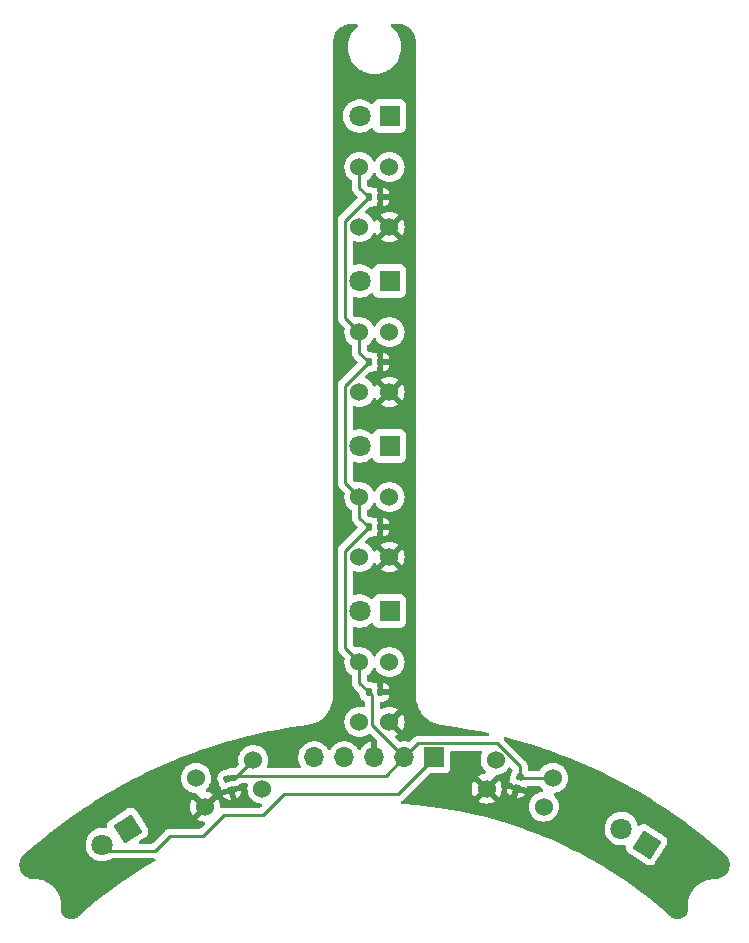
<source format=gbr>
%TF.GenerationSoftware,KiCad,Pcbnew,(6.0.5)*%
%TF.CreationDate,2022-10-18T17:48:47+09:00*%
%TF.ProjectId,line_sensor_right,6c696e65-5f73-4656-9e73-6f725f726967,rev?*%
%TF.SameCoordinates,Original*%
%TF.FileFunction,Copper,L2,Bot*%
%TF.FilePolarity,Positive*%
%FSLAX46Y46*%
G04 Gerber Fmt 4.6, Leading zero omitted, Abs format (unit mm)*
G04 Created by KiCad (PCBNEW (6.0.5)) date 2022-10-18 17:48:47*
%MOMM*%
%LPD*%
G01*
G04 APERTURE LIST*
G04 Aperture macros list*
%AMRoundRect*
0 Rectangle with rounded corners*
0 $1 Rounding radius*
0 $2 $3 $4 $5 $6 $7 $8 $9 X,Y pos of 4 corners*
0 Add a 4 corners polygon primitive as box body*
4,1,4,$2,$3,$4,$5,$6,$7,$8,$9,$2,$3,0*
0 Add four circle primitives for the rounded corners*
1,1,$1+$1,$2,$3*
1,1,$1+$1,$4,$5*
1,1,$1+$1,$6,$7*
1,1,$1+$1,$8,$9*
0 Add four rect primitives between the rounded corners*
20,1,$1+$1,$2,$3,$4,$5,0*
20,1,$1+$1,$4,$5,$6,$7,0*
20,1,$1+$1,$6,$7,$8,$9,0*
20,1,$1+$1,$8,$9,$2,$3,0*%
%AMRotRect*
0 Rectangle, with rotation*
0 The origin of the aperture is its center*
0 $1 length*
0 $2 width*
0 $3 Rotation angle, in degrees counterclockwise*
0 Add horizontal line*
21,1,$1,$2,0,0,$3*%
G04 Aperture macros list end*
%TA.AperFunction,ComponentPad*%
%ADD10R,1.800000X1.800000*%
%TD*%
%TA.AperFunction,ComponentPad*%
%ADD11C,1.800000*%
%TD*%
%TA.AperFunction,ComponentPad*%
%ADD12RotRect,1.800000X1.800000X147.500000*%
%TD*%
%TA.AperFunction,ComponentPad*%
%ADD13C,1.524000*%
%TD*%
%TA.AperFunction,ComponentPad*%
%ADD14RotRect,1.800000X1.800000X212.500000*%
%TD*%
%TA.AperFunction,ComponentPad*%
%ADD15R,1.700000X1.700000*%
%TD*%
%TA.AperFunction,ComponentPad*%
%ADD16O,1.700000X1.700000*%
%TD*%
%TA.AperFunction,SMDPad,CuDef*%
%ADD17RoundRect,0.140000X0.140000X0.170000X-0.140000X0.170000X-0.140000X-0.170000X0.140000X-0.170000X0*%
%TD*%
%TA.AperFunction,SMDPad,CuDef*%
%ADD18RoundRect,0.140000X0.204231X-0.082400X0.120033X0.184640X-0.204231X0.082400X-0.120033X-0.184640X0*%
%TD*%
%TA.AperFunction,SMDPad,CuDef*%
%ADD19RoundRect,0.140000X0.120033X-0.184640X0.204231X0.082400X-0.120033X0.184640X-0.204231X-0.082400X0*%
%TD*%
%TA.AperFunction,ViaPad*%
%ADD20C,0.800000*%
%TD*%
%TA.AperFunction,Conductor*%
%ADD21C,0.250000*%
%TD*%
G04 APERTURE END LIST*
D10*
%TO.P,D6,1,K*%
%TO.N,Net-(D6-Pad1)*%
X160025000Y-69596000D03*
D11*
%TO.P,D6,2,A*%
%TO.N,R Trim*%
X157485000Y-69596000D03*
%TD*%
D12*
%TO.P,D3,1,K*%
%TO.N,Net-(D3-Pad1)*%
X181797654Y-117325407D03*
D11*
%TO.P,D3,2,A*%
%TO.N,R Trim*%
X179655440Y-115960666D03*
%TD*%
D10*
%TO.P,D5,1,K*%
%TO.N,Net-(D5-Pad1)*%
X160025000Y-97536000D03*
D11*
%TO.P,D5,2,A*%
%TO.N,R Trim*%
X157485000Y-97536000D03*
%TD*%
D10*
%TO.P,D7,1,K*%
%TO.N,Net-(U7-Pad1)*%
X160025000Y-55626000D03*
D11*
%TO.P,D7,2,A*%
%TO.N,R Trim*%
X157485000Y-55626000D03*
%TD*%
D13*
%TO.P,U1,1,K(-)*%
%TO.N,Net-(D1-Pad1)*%
X149256673Y-112574219D03*
%TO.P,U1,2,VCC*%
%TO.N,+5V*%
X148492881Y-110151778D03*
%TO.P,U1,3,VOUT*%
%TO.N,Line Data 1*%
X143647998Y-111679364D03*
%TO.P,U1,4,GND*%
%TO.N,GND*%
X144411791Y-114101805D03*
%TD*%
D14*
%TO.P,D1,1,K*%
%TO.N,Net-(D1-Pad1)*%
X137852994Y-115955293D03*
D11*
%TO.P,D1,2,A*%
%TO.N,R Trim*%
X135710780Y-117320034D03*
%TD*%
D13*
%TO.P,U3,1,K(-)*%
%TO.N,Net-(D3-Pad1)*%
X173088209Y-114101805D03*
%TO.P,U3,2,VCC*%
%TO.N,+5V*%
X173852002Y-111679364D03*
%TO.P,U3,3,VOUT*%
%TO.N,Line Data 1*%
X169007119Y-110151778D03*
%TO.P,U3,4,GND*%
%TO.N,GND*%
X168243327Y-112574219D03*
%TD*%
%TO.P,U7,1,K(-)*%
%TO.N,Net-(U7-Pad1)*%
X160018000Y-59944000D03*
%TO.P,U7,2,VCC*%
%TO.N,+5V*%
X157478000Y-59944000D03*
%TO.P,U7,3,VOUT*%
%TO.N,Line Data 2*%
X157478000Y-65024000D03*
%TO.P,U7,4,GND*%
%TO.N,GND*%
X160018000Y-65024000D03*
%TD*%
%TO.P,U6,1,K(-)*%
%TO.N,Net-(D6-Pad1)*%
X160018000Y-73914000D03*
%TO.P,U6,2,VCC*%
%TO.N,+5V*%
X157478000Y-73914000D03*
%TO.P,U6,3,VOUT*%
%TO.N,Line Data 2*%
X157478000Y-78994000D03*
%TO.P,U6,4,GND*%
%TO.N,GND*%
X160018000Y-78994000D03*
%TD*%
D15*
%TO.P,J1,1,Pin_1*%
%TO.N,R Trim*%
X163825000Y-109925000D03*
D16*
%TO.P,J1,2,Pin_2*%
%TO.N,+5V*%
X161285000Y-109925000D03*
%TO.P,J1,3,Pin_3*%
%TO.N,GND*%
X158745000Y-109925000D03*
%TO.P,J1,4,Pin_4*%
%TO.N,Line Data 1*%
X156205000Y-109925000D03*
%TO.P,J1,5,Pin_5*%
%TO.N,Line Data 2*%
X153665000Y-109925000D03*
%TD*%
D13*
%TO.P,U4,1,K(-)*%
%TO.N,Net-(D4-Pad1)*%
X160018000Y-87884000D03*
%TO.P,U4,2,VCC*%
%TO.N,+5V*%
X157478000Y-87884000D03*
%TO.P,U4,3,VOUT*%
%TO.N,Line Data 2*%
X157478000Y-92964000D03*
%TO.P,U4,4,GND*%
%TO.N,GND*%
X160018000Y-92964000D03*
%TD*%
D10*
%TO.P,D4,1,K*%
%TO.N,Net-(D4-Pad1)*%
X160025000Y-83566000D03*
D11*
%TO.P,D4,2,A*%
%TO.N,R Trim*%
X157485000Y-83566000D03*
%TD*%
D13*
%TO.P,U5,1,K(-)*%
%TO.N,Net-(D5-Pad1)*%
X160018000Y-101854000D03*
%TO.P,U5,2,VCC*%
%TO.N,+5V*%
X157478000Y-101854000D03*
%TO.P,U5,3,VOUT*%
%TO.N,Line Data 1*%
X157478000Y-106934000D03*
%TO.P,U5,4,GND*%
%TO.N,GND*%
X160018000Y-106934000D03*
%TD*%
D17*
%TO.P,C5,1*%
%TO.N,GND*%
X159230000Y-104394000D03*
%TO.P,C5,2*%
%TO.N,+5V*%
X158270000Y-104394000D03*
%TD*%
%TO.P,C4,1*%
%TO.N,GND*%
X159230000Y-90424000D03*
%TO.P,C4,2*%
%TO.N,+5V*%
X158270000Y-90424000D03*
%TD*%
%TO.P,C6,1*%
%TO.N,GND*%
X159230000Y-76454000D03*
%TO.P,C6,2*%
%TO.N,+5V*%
X158270000Y-76454000D03*
%TD*%
D18*
%TO.P,C1,1*%
%TO.N,GND*%
X146592678Y-112675568D03*
%TO.P,C1,2*%
%TO.N,+5V*%
X146304000Y-111760000D03*
%TD*%
D17*
%TO.P,C7,1*%
%TO.N,GND*%
X159230000Y-62484000D03*
%TO.P,C7,2*%
%TO.N,+5V*%
X158270000Y-62484000D03*
%TD*%
D19*
%TO.P,C3,1*%
%TO.N,GND*%
X170797661Y-112522000D03*
%TO.P,C3,2*%
%TO.N,+5V*%
X171086339Y-111606432D03*
%TD*%
D20*
%TO.N,GND*%
X170434000Y-114300000D03*
X134366000Y-121158000D03*
X161544000Y-103632000D03*
X161036000Y-94996000D03*
X161798000Y-107442000D03*
X166116000Y-110236000D03*
X161036000Y-67056000D03*
X145796000Y-109982000D03*
X151130000Y-109982000D03*
X161036000Y-81026000D03*
X156210000Y-58420000D03*
X131826000Y-117856000D03*
X161290000Y-52578000D03*
X163830000Y-113284000D03*
X141224000Y-114046000D03*
X156718000Y-52578000D03*
X157226000Y-105156000D03*
%TD*%
D21*
%TO.N,+5V*%
X156260489Y-100636489D02*
X156260489Y-92433511D01*
X158270000Y-76454000D02*
X157478000Y-75662000D01*
X156260489Y-78463511D02*
X158270000Y-76454000D01*
X158270000Y-104394000D02*
X157478000Y-103602000D01*
X162459511Y-108750489D02*
X169142390Y-108750489D01*
X158270000Y-90424000D02*
X157478000Y-89632000D01*
X157478000Y-101854000D02*
X156260489Y-100636489D01*
X161285000Y-109925000D02*
X158564511Y-107204511D01*
X161285000Y-109925000D02*
X159722292Y-111487708D01*
X159722292Y-111487708D02*
X146576292Y-111487708D01*
X146884659Y-111760000D02*
X148492881Y-110151778D01*
X156260489Y-72696489D02*
X156260489Y-64493511D01*
X156260489Y-64493511D02*
X158270000Y-62484000D01*
X146304000Y-111760000D02*
X146884659Y-111760000D01*
X171086339Y-111606432D02*
X171159271Y-111679364D01*
X171086339Y-110694438D02*
X171086339Y-111606432D01*
X156260489Y-86666489D02*
X156260489Y-78463511D01*
X158270000Y-62484000D02*
X157478000Y-61692000D01*
X169142390Y-108750489D02*
X171086339Y-110694438D01*
X158564511Y-107204511D02*
X158564511Y-104688511D01*
X157478000Y-75662000D02*
X157478000Y-73914000D01*
X157478000Y-61692000D02*
X157478000Y-59944000D01*
X157478000Y-103602000D02*
X157478000Y-101854000D01*
X171159271Y-111679364D02*
X173852002Y-111679364D01*
X156260489Y-92433511D02*
X158270000Y-90424000D01*
X161285000Y-109925000D02*
X162459511Y-108750489D01*
X146576292Y-111487708D02*
X146304000Y-111760000D01*
X170967615Y-111487708D02*
X171086339Y-111606432D01*
X158564511Y-104688511D02*
X158270000Y-104394000D01*
X157478000Y-89632000D02*
X157478000Y-87884000D01*
X157478000Y-73914000D02*
X156260489Y-72696489D01*
X157478000Y-87884000D02*
X156260489Y-86666489D01*
%TO.N,R Trim*%
X141478000Y-116586000D02*
X140208000Y-117856000D01*
X163825000Y-109925000D02*
X163825000Y-109987000D01*
X144272000Y-116586000D02*
X141478000Y-116586000D01*
X149352000Y-114808000D02*
X146050000Y-114808000D01*
X136246746Y-117856000D02*
X135710780Y-117320034D01*
X160782000Y-113030000D02*
X151130000Y-113030000D01*
X146050000Y-114808000D02*
X144272000Y-116586000D01*
X151130000Y-113030000D02*
X149352000Y-114808000D01*
X163825000Y-109987000D02*
X160782000Y-113030000D01*
X140208000Y-117856000D02*
X136246746Y-117856000D01*
%TD*%
%TA.AperFunction,Conductor*%
%TO.N,GND*%
G36*
X169835834Y-108215944D02*
G01*
X170675188Y-108436592D01*
X170678669Y-108437561D01*
X171899348Y-108796171D01*
X171902800Y-108797239D01*
X172745875Y-109071411D01*
X173112738Y-109190717D01*
X173116131Y-109191874D01*
X173497475Y-109328100D01*
X174314258Y-109619875D01*
X174317643Y-109621139D01*
X175503026Y-110083326D01*
X175506369Y-110084685D01*
X176671774Y-110578033D01*
X176677980Y-110580660D01*
X176681287Y-110582116D01*
X177838201Y-111111485D01*
X177841465Y-111113035D01*
X178982735Y-111675365D01*
X178985953Y-111677008D01*
X180110630Y-112271833D01*
X180113800Y-112273568D01*
X180355719Y-112410533D01*
X181221017Y-112900430D01*
X181224078Y-112902223D01*
X182059842Y-113407582D01*
X182312779Y-113560525D01*
X182315844Y-113562438D01*
X182529902Y-113700405D01*
X183384440Y-114251182D01*
X183385265Y-114251714D01*
X183388259Y-114253705D01*
X184437505Y-114973384D01*
X184440422Y-114975447D01*
X184964917Y-115357767D01*
X185468551Y-115724881D01*
X185471440Y-115727051D01*
X186477651Y-116505653D01*
X186480477Y-116507905D01*
X187463957Y-117315045D01*
X187466716Y-117317377D01*
X187468475Y-117318906D01*
X188392627Y-118122793D01*
X188407421Y-118138035D01*
X188419870Y-118153240D01*
X188419876Y-118153244D01*
X188419879Y-118153248D01*
X188430451Y-118160484D01*
X188451171Y-118178249D01*
X188562156Y-118296546D01*
X188575693Y-118313755D01*
X188677042Y-118468606D01*
X188687394Y-118487897D01*
X188760407Y-118657957D01*
X188767262Y-118678744D01*
X188779642Y-118731250D01*
X188809734Y-118858886D01*
X188812887Y-118880553D01*
X188816047Y-118935404D01*
X188823276Y-119060878D01*
X188823531Y-119065309D01*
X188822887Y-119087192D01*
X188816509Y-119141723D01*
X188801385Y-119271016D01*
X188796962Y-119292456D01*
X188743961Y-119469780D01*
X188735891Y-119490135D01*
X188652996Y-119655599D01*
X188641526Y-119674247D01*
X188534569Y-119818375D01*
X188531233Y-119822870D01*
X188516706Y-119839252D01*
X188382359Y-119966527D01*
X188365216Y-119980148D01*
X188210853Y-120082251D01*
X188191610Y-120092698D01*
X188021909Y-120166533D01*
X188001149Y-120173491D01*
X187821224Y-120216834D01*
X187799573Y-120220093D01*
X187647655Y-120229586D01*
X187625454Y-120229012D01*
X187621358Y-120228543D01*
X187616579Y-120227617D01*
X187610563Y-120227395D01*
X187610295Y-120227347D01*
X187610025Y-120227376D01*
X187604034Y-120227155D01*
X187599194Y-120227727D01*
X187599188Y-120227727D01*
X187593763Y-120228368D01*
X187583402Y-120229161D01*
X187394348Y-120235795D01*
X187337939Y-120237775D01*
X187337938Y-120237775D01*
X187334180Y-120237907D01*
X187118803Y-120271447D01*
X187082272Y-120277136D01*
X187067406Y-120279451D01*
X187063783Y-120280469D01*
X187063778Y-120280470D01*
X186811109Y-120351458D01*
X186811103Y-120351460D01*
X186807480Y-120352478D01*
X186804008Y-120353919D01*
X186804001Y-120353921D01*
X186700936Y-120396685D01*
X186558105Y-120455947D01*
X186322831Y-120588386D01*
X186105008Y-120747909D01*
X185907739Y-120932243D01*
X185733833Y-121138764D01*
X185731770Y-121141910D01*
X185731769Y-121141911D01*
X185587828Y-121361385D01*
X185587824Y-121361393D01*
X185585766Y-121364530D01*
X185584093Y-121367898D01*
X185584090Y-121367903D01*
X185574486Y-121387236D01*
X185465648Y-121606327D01*
X185464386Y-121609876D01*
X185378078Y-121852585D01*
X185375188Y-121860711D01*
X185315676Y-122124059D01*
X185315291Y-122127794D01*
X185315290Y-122127797D01*
X185288344Y-122388871D01*
X185287957Y-122392622D01*
X185288019Y-122396383D01*
X185288019Y-122396389D01*
X185291824Y-122626141D01*
X185291327Y-122639596D01*
X185290371Y-122650142D01*
X185290756Y-122656143D01*
X185290735Y-122656412D01*
X185290790Y-122656677D01*
X185291175Y-122662670D01*
X185292228Y-122667411D01*
X185292228Y-122667413D01*
X185292581Y-122669001D01*
X185292862Y-122671868D01*
X185292914Y-122672231D01*
X185292898Y-122672233D01*
X185295544Y-122699193D01*
X185292643Y-122826136D01*
X185289609Y-122850887D01*
X185256415Y-122998575D01*
X185248566Y-123022245D01*
X185186935Y-123160506D01*
X185174579Y-123182165D01*
X185086925Y-123305583D01*
X185070546Y-123324382D01*
X184960302Y-123428119D01*
X184940541Y-123443326D01*
X184812031Y-123523319D01*
X184789658Y-123534338D01*
X184647911Y-123587453D01*
X184623811Y-123593850D01*
X184561740Y-123603886D01*
X184474366Y-123618013D01*
X184449484Y-123619537D01*
X184350736Y-123615789D01*
X184298218Y-123613795D01*
X184273516Y-123610388D01*
X184126345Y-123574969D01*
X184102797Y-123566764D01*
X184021934Y-123529246D01*
X183965482Y-123503054D01*
X183944011Y-123490372D01*
X183846273Y-123418713D01*
X183828547Y-123402947D01*
X183827563Y-123401890D01*
X183824534Y-123398085D01*
X183820118Y-123394021D01*
X183819946Y-123393810D01*
X183819721Y-123393655D01*
X183815297Y-123389584D01*
X183812486Y-123387704D01*
X183811311Y-123386732D01*
X182989632Y-122672083D01*
X182915250Y-122607390D01*
X182915244Y-122607385D01*
X182914499Y-122606737D01*
X181989553Y-121852585D01*
X181041087Y-121128237D01*
X181012500Y-121107811D01*
X180070891Y-120435020D01*
X180070871Y-120435006D01*
X180070059Y-120434426D01*
X180068560Y-120433425D01*
X179078310Y-119772426D01*
X179078308Y-119772424D01*
X179077453Y-119771854D01*
X178395397Y-119347302D01*
X178065128Y-119141723D01*
X178065119Y-119141718D01*
X178064273Y-119141191D01*
X177031545Y-118543076D01*
X175980313Y-117978114D01*
X175953498Y-117964784D01*
X175655131Y-117816466D01*
X174911643Y-117446878D01*
X173826615Y-116949903D01*
X172965956Y-116588358D01*
X172727282Y-116488096D01*
X172727272Y-116488092D01*
X172726327Y-116487695D01*
X172725399Y-116487340D01*
X172725373Y-116487329D01*
X171612818Y-116061074D01*
X171612817Y-116061074D01*
X171611894Y-116060720D01*
X171610975Y-116060401D01*
X171610953Y-116060393D01*
X171224124Y-115926135D01*
X178242535Y-115926135D01*
X178242832Y-115931288D01*
X178242832Y-115931291D01*
X178251814Y-116087064D01*
X178255867Y-116157363D01*
X178257004Y-116162409D01*
X178257005Y-116162415D01*
X178279707Y-116263151D01*
X178306786Y-116383308D01*
X178308728Y-116388090D01*
X178308729Y-116388094D01*
X178390048Y-116588358D01*
X178393924Y-116597903D01*
X178514941Y-116795385D01*
X178666587Y-116970450D01*
X178844789Y-117118396D01*
X179044762Y-117235250D01*
X179261134Y-117317875D01*
X179266200Y-117318906D01*
X179266201Y-117318906D01*
X179319286Y-117329706D01*
X179488096Y-117364051D01*
X179618764Y-117368842D01*
X179714389Y-117372349D01*
X179714393Y-117372349D01*
X179719553Y-117372538D01*
X179724673Y-117371882D01*
X179724675Y-117371882D01*
X179917675Y-117347158D01*
X179987785Y-117358342D01*
X180040719Y-117405656D01*
X180059670Y-117474076D01*
X180056955Y-117498226D01*
X180042433Y-117566843D01*
X180053481Y-117712081D01*
X180104848Y-117848380D01*
X180192405Y-117964784D01*
X180198566Y-117969720D01*
X180198569Y-117969723D01*
X180238556Y-118001759D01*
X180238562Y-118001763D01*
X180241219Y-118003892D01*
X180244096Y-118005725D01*
X180244099Y-118005727D01*
X180567122Y-118211515D01*
X181840516Y-119022756D01*
X181896589Y-119050469D01*
X181904316Y-119052104D01*
X181904318Y-119052105D01*
X181945771Y-119060878D01*
X182039090Y-119080628D01*
X182096197Y-119076284D01*
X182175382Y-119070261D01*
X182175385Y-119070260D01*
X182184328Y-119069580D01*
X182304568Y-119024265D01*
X182312229Y-119021378D01*
X182320627Y-119018213D01*
X182437031Y-118930656D01*
X182441967Y-118924495D01*
X182441970Y-118924492D01*
X182474006Y-118884505D01*
X182474010Y-118884499D01*
X182476139Y-118881842D01*
X182533955Y-118791090D01*
X182924377Y-118178249D01*
X183495003Y-117282545D01*
X183522716Y-117226472D01*
X183552875Y-117083971D01*
X183544240Y-116970450D01*
X183542508Y-116947679D01*
X183542507Y-116947676D01*
X183541827Y-116938733D01*
X183490460Y-116802434D01*
X183402903Y-116686030D01*
X183396742Y-116681094D01*
X183396739Y-116681091D01*
X183356752Y-116649055D01*
X183356746Y-116649051D01*
X183354089Y-116646922D01*
X183284058Y-116602307D01*
X182369280Y-116019530D01*
X181754792Y-115628058D01*
X181698719Y-115600345D01*
X181690992Y-115598710D01*
X181690990Y-115598709D01*
X181623370Y-115584398D01*
X181556218Y-115570186D01*
X181502748Y-115574253D01*
X181419926Y-115580553D01*
X181419923Y-115580554D01*
X181410980Y-115581234D01*
X181307772Y-115620130D01*
X181286736Y-115628058D01*
X181274681Y-115632601D01*
X181225744Y-115669411D01*
X181216686Y-115676224D01*
X181150223Y-115701188D01*
X181080814Y-115686256D01*
X181030497Y-115636170D01*
X181018741Y-115606226D01*
X181018144Y-115603847D01*
X180993365Y-115505199D01*
X180981715Y-115478405D01*
X180903070Y-115297534D01*
X180903068Y-115297531D01*
X180901010Y-115292797D01*
X180775204Y-115098331D01*
X180760291Y-115081941D01*
X180681486Y-114995336D01*
X180619327Y-114927024D01*
X180615276Y-114923825D01*
X180615272Y-114923821D01*
X180441617Y-114786677D01*
X180441612Y-114786674D01*
X180437563Y-114783476D01*
X180433047Y-114780983D01*
X180433044Y-114780981D01*
X180239319Y-114674039D01*
X180239315Y-114674037D01*
X180234795Y-114671542D01*
X180229926Y-114669818D01*
X180229922Y-114669816D01*
X180021343Y-114595954D01*
X180021339Y-114595953D01*
X180016468Y-114594228D01*
X180011375Y-114593321D01*
X180011372Y-114593320D01*
X179793535Y-114554517D01*
X179793529Y-114554516D01*
X179788446Y-114553611D01*
X179715536Y-114552720D01*
X179562021Y-114550845D01*
X179562019Y-114550845D01*
X179556851Y-114550782D01*
X179327904Y-114585816D01*
X179107754Y-114657772D01*
X179103166Y-114660160D01*
X179103162Y-114660162D01*
X178960848Y-114734246D01*
X178902312Y-114764718D01*
X178898179Y-114767821D01*
X178898176Y-114767823D01*
X178786151Y-114851934D01*
X178717095Y-114903783D01*
X178557079Y-115071230D01*
X178554165Y-115075502D01*
X178554164Y-115075503D01*
X178538592Y-115098331D01*
X178426559Y-115262565D01*
X178329042Y-115472647D01*
X178267147Y-115695835D01*
X178242535Y-115926135D01*
X171224124Y-115926135D01*
X171023080Y-115856358D01*
X170484443Y-115669411D01*
X170483470Y-115669108D01*
X170483453Y-115669102D01*
X169590836Y-115390780D01*
X169345115Y-115314163D01*
X168195063Y-114995336D01*
X168194140Y-114995111D01*
X168194119Y-114995106D01*
X167036399Y-114713483D01*
X167036378Y-114713478D01*
X167035452Y-114713253D01*
X165867455Y-114468200D01*
X164692253Y-114260424D01*
X164286505Y-114201930D01*
X163512024Y-114090278D01*
X163512006Y-114090276D01*
X163511037Y-114090136D01*
X163510045Y-114090025D01*
X163510021Y-114090022D01*
X162326027Y-113957621D01*
X162325995Y-113957618D01*
X162325003Y-113957507D01*
X162324027Y-113957429D01*
X162324004Y-113957427D01*
X161136353Y-113862753D01*
X161136351Y-113862753D01*
X161135349Y-113862673D01*
X161072161Y-113859655D01*
X161005077Y-113836426D01*
X160961197Y-113780613D01*
X160954457Y-113709937D01*
X160986998Y-113646837D01*
X161006855Y-113632996D01*
X167549104Y-113632996D01*
X167558401Y-113645012D01*
X167601396Y-113675117D01*
X167610882Y-113680595D01*
X167802320Y-113769864D01*
X167812612Y-113773610D01*
X168016636Y-113828278D01*
X168027431Y-113830181D01*
X168237852Y-113848591D01*
X168248802Y-113848591D01*
X168459223Y-113830181D01*
X168470018Y-113828278D01*
X168674042Y-113773610D01*
X168684334Y-113769864D01*
X168875772Y-113680595D01*
X168885258Y-113675117D01*
X168929091Y-113644426D01*
X168937466Y-113633948D01*
X168930398Y-113620500D01*
X168656552Y-113346654D01*
X170808531Y-113346654D01*
X170817926Y-113351549D01*
X170827591Y-113352762D01*
X170976913Y-113356150D01*
X170992551Y-113354534D01*
X171136571Y-113321020D01*
X171151330Y-113315561D01*
X171282485Y-113247286D01*
X171295420Y-113238329D01*
X171405478Y-113139579D01*
X171415777Y-113127690D01*
X171485337Y-113023390D01*
X171489538Y-113009930D01*
X171483595Y-113004601D01*
X170980804Y-112846071D01*
X170964923Y-112845756D01*
X170963355Y-112846720D01*
X170959453Y-112853541D01*
X170808837Y-113331237D01*
X170808531Y-113346654D01*
X168656552Y-113346654D01*
X168256139Y-112946241D01*
X168242195Y-112938627D01*
X168240362Y-112938758D01*
X168233747Y-112943009D01*
X167555534Y-113621222D01*
X167549104Y-113632996D01*
X161006855Y-113632996D01*
X161028083Y-113618200D01*
X161035593Y-113616018D01*
X161042412Y-113611985D01*
X161042417Y-113611983D01*
X161053028Y-113605707D01*
X161070776Y-113597012D01*
X161089617Y-113589552D01*
X161125387Y-113563564D01*
X161135307Y-113557048D01*
X161166535Y-113538580D01*
X161166538Y-113538578D01*
X161173362Y-113534542D01*
X161187683Y-113520221D01*
X161202717Y-113507380D01*
X161204162Y-113506330D01*
X161219107Y-113495472D01*
X161247298Y-113461395D01*
X161255288Y-113452616D01*
X162128210Y-112579694D01*
X166968955Y-112579694D01*
X166987365Y-112790115D01*
X166989268Y-112800910D01*
X167043936Y-113004934D01*
X167047682Y-113015226D01*
X167136950Y-113206660D01*
X167142430Y-113216151D01*
X167173121Y-113259984D01*
X167183598Y-113268359D01*
X167197045Y-113261291D01*
X167871305Y-112587031D01*
X167877683Y-112575351D01*
X168607735Y-112575351D01*
X168607866Y-112577184D01*
X168612117Y-112583799D01*
X169290330Y-113262012D01*
X169302104Y-113268442D01*
X169314120Y-113259145D01*
X169344224Y-113216151D01*
X169349704Y-113206660D01*
X169438972Y-113015226D01*
X169442718Y-113004934D01*
X169497386Y-112800910D01*
X169499289Y-112790115D01*
X169510356Y-112663619D01*
X169943921Y-112663619D01*
X169945537Y-112679257D01*
X169979051Y-112823277D01*
X169984510Y-112838036D01*
X170052785Y-112969192D01*
X170061742Y-112982127D01*
X170160492Y-113092185D01*
X170172382Y-113102484D01*
X170296640Y-113185355D01*
X170303799Y-113189138D01*
X170317448Y-113190484D01*
X170323727Y-113180445D01*
X170473589Y-112705143D01*
X170473904Y-112689262D01*
X170472940Y-112687694D01*
X170466119Y-112683792D01*
X169964453Y-112525617D01*
X169950353Y-112525337D01*
X169946895Y-112532529D01*
X169943921Y-112663619D01*
X169510356Y-112663619D01*
X169517699Y-112579694D01*
X169517699Y-112568744D01*
X169499289Y-112358323D01*
X169497386Y-112347528D01*
X169442718Y-112143504D01*
X169438972Y-112133212D01*
X169349704Y-111941778D01*
X169344224Y-111932287D01*
X169313533Y-111888454D01*
X169303056Y-111880079D01*
X169289609Y-111887147D01*
X168615349Y-112561407D01*
X168607735Y-112575351D01*
X167877683Y-112575351D01*
X167878919Y-112573087D01*
X167878788Y-112571254D01*
X167874537Y-112564639D01*
X167196324Y-111886426D01*
X167184550Y-111879996D01*
X167172534Y-111889293D01*
X167142430Y-111932287D01*
X167136950Y-111941778D01*
X167047682Y-112133212D01*
X167043936Y-112143504D01*
X166989268Y-112347528D01*
X166987365Y-112358323D01*
X166968955Y-112568744D01*
X166968955Y-112579694D01*
X162128210Y-112579694D01*
X163387500Y-111320405D01*
X163449812Y-111286379D01*
X163476595Y-111283500D01*
X164723134Y-111283500D01*
X164785316Y-111276745D01*
X164921705Y-111225615D01*
X165038261Y-111138261D01*
X165125615Y-111021705D01*
X165176745Y-110885316D01*
X165183500Y-110823134D01*
X165183500Y-109509989D01*
X165203502Y-109441868D01*
X165257158Y-109395375D01*
X165309500Y-109383989D01*
X167765523Y-109383989D01*
X167833644Y-109403991D01*
X167880137Y-109457647D01*
X167890241Y-109527921D01*
X167879718Y-109563239D01*
X167808679Y-109715582D01*
X167751141Y-109930315D01*
X167731766Y-110151778D01*
X167751141Y-110373241D01*
X167789616Y-110516829D01*
X167806909Y-110581367D01*
X167808679Y-110587974D01*
X167811001Y-110592955D01*
X167811002Y-110592956D01*
X167900305Y-110784467D01*
X167900308Y-110784472D01*
X167902631Y-110789454D01*
X167905787Y-110793961D01*
X167905788Y-110793963D01*
X168024134Y-110962978D01*
X168030142Y-110971559D01*
X168157664Y-111099081D01*
X168191690Y-111161393D01*
X168186625Y-111232208D01*
X168144078Y-111289044D01*
X168079550Y-111313697D01*
X168027432Y-111318256D01*
X168016636Y-111320160D01*
X167812612Y-111374828D01*
X167802320Y-111378574D01*
X167610886Y-111467842D01*
X167601395Y-111473322D01*
X167557562Y-111504013D01*
X167549187Y-111514490D01*
X167556255Y-111527937D01*
X168230515Y-112202197D01*
X168244459Y-112209811D01*
X168246292Y-112209680D01*
X168252907Y-112205429D01*
X168931120Y-111527216D01*
X168952347Y-111488343D01*
X169002550Y-111438142D01*
X169051952Y-111423209D01*
X169129142Y-111416456D01*
X169228582Y-111407756D01*
X169392030Y-111363960D01*
X169438005Y-111351641D01*
X169438007Y-111351640D01*
X169443315Y-111350218D01*
X169448297Y-111347895D01*
X169639809Y-111258592D01*
X169639814Y-111258589D01*
X169644796Y-111256266D01*
X169772696Y-111166709D01*
X169822389Y-111131914D01*
X169822392Y-111131912D01*
X169826900Y-111128755D01*
X169984096Y-110971559D01*
X169987255Y-110967048D01*
X170097074Y-110810210D01*
X170152531Y-110765882D01*
X170223150Y-110758573D01*
X170289382Y-110793386D01*
X170406217Y-110910221D01*
X170440243Y-110972533D01*
X170435178Y-111043348D01*
X170421948Y-111069226D01*
X170384903Y-111124772D01*
X170384898Y-111124781D01*
X170381329Y-111130133D01*
X170378918Y-111136101D01*
X170368444Y-111162023D01*
X170368440Y-111162034D01*
X170367512Y-111164331D01*
X170366764Y-111166704D01*
X170366762Y-111166709D01*
X170276624Y-111452588D01*
X170243931Y-111556278D01*
X170235635Y-111592216D01*
X170231917Y-111756023D01*
X170236151Y-111774216D01*
X170236329Y-111774981D01*
X170232287Y-111845863D01*
X170197756Y-111897323D01*
X170189840Y-111904425D01*
X170179545Y-111916310D01*
X170109985Y-112020610D01*
X170105784Y-112034070D01*
X170111727Y-112039399D01*
X170376794Y-112122975D01*
X170432688Y-112158996D01*
X170454135Y-112182899D01*
X170460727Y-112187295D01*
X170460729Y-112187297D01*
X170585089Y-112270235D01*
X170585094Y-112270238D01*
X170590449Y-112273809D01*
X170605327Y-112279820D01*
X170622339Y-112286694D01*
X170622350Y-112286698D01*
X170624647Y-112287626D01*
X170627020Y-112288374D01*
X170627025Y-112288376D01*
X170903522Y-112375555D01*
X171073818Y-112429249D01*
X171076227Y-112429805D01*
X171076230Y-112429806D01*
X171084200Y-112431646D01*
X171109756Y-112437546D01*
X171116185Y-112437692D01*
X171116186Y-112437692D01*
X171142543Y-112438290D01*
X171273563Y-112441264D01*
X171304842Y-112433985D01*
X171371290Y-112436538D01*
X171630869Y-112518383D01*
X171644969Y-112518663D01*
X171648427Y-112511471D01*
X171650139Y-112436007D01*
X171671681Y-112368357D01*
X171726377Y-112323093D01*
X171776107Y-112312864D01*
X172678998Y-112312864D01*
X172747119Y-112332866D01*
X172782211Y-112366593D01*
X172863047Y-112482038D01*
X172875025Y-112499145D01*
X173002085Y-112626205D01*
X173036111Y-112688517D01*
X173031046Y-112759332D01*
X172988499Y-112816168D01*
X172923971Y-112840821D01*
X172866746Y-112845827D01*
X172756077Y-112875481D01*
X172657323Y-112901942D01*
X172657321Y-112901943D01*
X172652013Y-112903365D01*
X172647032Y-112905687D01*
X172647031Y-112905688D01*
X172455520Y-112994991D01*
X172455515Y-112994994D01*
X172450533Y-112997317D01*
X172446026Y-113000473D01*
X172446024Y-113000474D01*
X172272939Y-113121669D01*
X172272936Y-113121671D01*
X172268428Y-113124828D01*
X172111232Y-113282024D01*
X172108075Y-113286532D01*
X172108073Y-113286535D01*
X171991782Y-113452616D01*
X171983721Y-113464129D01*
X171981398Y-113469111D01*
X171981395Y-113469116D01*
X171892092Y-113660627D01*
X171889769Y-113665609D01*
X171888347Y-113670917D01*
X171888346Y-113670919D01*
X171880445Y-113700405D01*
X171832231Y-113880342D01*
X171812856Y-114101805D01*
X171832231Y-114323268D01*
X171889769Y-114538001D01*
X171892091Y-114542982D01*
X171892092Y-114542983D01*
X171981395Y-114734494D01*
X171981398Y-114734499D01*
X171983721Y-114739481D01*
X171986877Y-114743988D01*
X171986878Y-114743990D01*
X172102446Y-114909038D01*
X172111232Y-114921586D01*
X172268428Y-115078782D01*
X172272936Y-115081939D01*
X172272939Y-115081941D01*
X172348704Y-115134992D01*
X172450532Y-115206293D01*
X172455514Y-115208616D01*
X172455519Y-115208619D01*
X172646019Y-115297450D01*
X172652013Y-115300245D01*
X172657321Y-115301667D01*
X172657323Y-115301668D01*
X172703955Y-115314163D01*
X172866746Y-115357783D01*
X173088209Y-115377158D01*
X173309672Y-115357783D01*
X173472463Y-115314163D01*
X173519095Y-115301668D01*
X173519097Y-115301667D01*
X173524405Y-115300245D01*
X173530399Y-115297450D01*
X173720899Y-115208619D01*
X173720904Y-115208616D01*
X173725886Y-115206293D01*
X173827714Y-115134992D01*
X173903479Y-115081941D01*
X173903482Y-115081939D01*
X173907990Y-115078782D01*
X174065186Y-114921586D01*
X174073973Y-114909038D01*
X174189540Y-114743990D01*
X174189541Y-114743988D01*
X174192697Y-114739481D01*
X174195020Y-114734499D01*
X174195023Y-114734494D01*
X174284326Y-114542983D01*
X174284327Y-114542982D01*
X174286649Y-114538001D01*
X174344187Y-114323268D01*
X174363562Y-114101805D01*
X174344187Y-113880342D01*
X174295973Y-113700405D01*
X174288072Y-113670919D01*
X174288071Y-113670917D01*
X174286649Y-113665609D01*
X174284326Y-113660627D01*
X174195023Y-113469116D01*
X174195020Y-113469111D01*
X174192697Y-113464129D01*
X174184636Y-113452616D01*
X174068345Y-113286535D01*
X174068343Y-113286532D01*
X174065186Y-113282024D01*
X173938126Y-113154964D01*
X173904100Y-113092652D01*
X173909165Y-113021837D01*
X173951712Y-112965001D01*
X174016240Y-112940348D01*
X174073465Y-112935342D01*
X174217053Y-112896867D01*
X174282888Y-112879227D01*
X174282890Y-112879226D01*
X174288198Y-112877804D01*
X174338487Y-112854354D01*
X174484692Y-112786178D01*
X174484697Y-112786175D01*
X174489679Y-112783852D01*
X174602087Y-112705143D01*
X174667272Y-112659500D01*
X174667275Y-112659498D01*
X174671783Y-112656341D01*
X174828979Y-112499145D01*
X174840958Y-112482038D01*
X174953333Y-112321549D01*
X174953334Y-112321547D01*
X174956490Y-112317040D01*
X174958813Y-112312058D01*
X174958816Y-112312053D01*
X175048119Y-112120542D01*
X175048120Y-112120541D01*
X175050442Y-112115560D01*
X175051942Y-112109964D01*
X175076733Y-112017442D01*
X175107980Y-111900827D01*
X175127355Y-111679364D01*
X175107980Y-111457901D01*
X175069340Y-111313697D01*
X175051865Y-111248478D01*
X175051864Y-111248476D01*
X175050442Y-111243168D01*
X175041952Y-111224961D01*
X174958816Y-111046675D01*
X174958813Y-111046670D01*
X174956490Y-111041688D01*
X174953333Y-111037179D01*
X174832138Y-110864094D01*
X174832136Y-110864091D01*
X174828979Y-110859583D01*
X174671783Y-110702387D01*
X174667275Y-110699230D01*
X174667272Y-110699228D01*
X174589366Y-110644678D01*
X174489679Y-110574876D01*
X174484697Y-110572553D01*
X174484692Y-110572550D01*
X174293180Y-110483247D01*
X174293179Y-110483246D01*
X174288198Y-110480924D01*
X174282890Y-110479502D01*
X174282888Y-110479501D01*
X174138622Y-110440845D01*
X174073465Y-110423386D01*
X173852002Y-110404011D01*
X173630539Y-110423386D01*
X173565382Y-110440845D01*
X173421116Y-110479501D01*
X173421114Y-110479502D01*
X173415806Y-110480924D01*
X173410825Y-110483246D01*
X173410824Y-110483247D01*
X173219313Y-110572550D01*
X173219308Y-110572553D01*
X173214326Y-110574876D01*
X173209819Y-110578032D01*
X173209817Y-110578033D01*
X173036732Y-110699228D01*
X173036729Y-110699230D01*
X173032221Y-110702387D01*
X172875025Y-110859583D01*
X172871868Y-110864091D01*
X172871866Y-110864094D01*
X172782211Y-110992135D01*
X172726754Y-111036463D01*
X172678998Y-111045864D01*
X171845839Y-111045864D01*
X171777718Y-111025862D01*
X171731225Y-110972206D01*
X171719839Y-110919864D01*
X171719839Y-110773205D01*
X171720366Y-110762022D01*
X171722041Y-110754529D01*
X171721299Y-110730907D01*
X171719901Y-110686452D01*
X171719839Y-110682493D01*
X171719839Y-110654582D01*
X171719334Y-110650582D01*
X171718401Y-110638739D01*
X171718035Y-110627077D01*
X171717012Y-110594549D01*
X171711360Y-110575095D01*
X171707352Y-110555738D01*
X171705807Y-110543508D01*
X171705807Y-110543507D01*
X171704813Y-110535641D01*
X171701894Y-110528268D01*
X171688535Y-110494526D01*
X171684690Y-110483296D01*
X171674568Y-110448455D01*
X171674568Y-110448454D01*
X171672357Y-110440845D01*
X171668324Y-110434026D01*
X171668322Y-110434021D01*
X171662046Y-110423410D01*
X171653351Y-110405662D01*
X171645891Y-110386821D01*
X171632046Y-110367764D01*
X171619903Y-110351051D01*
X171613387Y-110341131D01*
X171594919Y-110309903D01*
X171594917Y-110309900D01*
X171590881Y-110303076D01*
X171576560Y-110288755D01*
X171563719Y-110273721D01*
X171556470Y-110263744D01*
X171551811Y-110257331D01*
X171517734Y-110229140D01*
X171508955Y-110221150D01*
X169714705Y-108426899D01*
X169680679Y-108364587D01*
X169685744Y-108293771D01*
X169728291Y-108236936D01*
X169794811Y-108212125D01*
X169835834Y-108215944D01*
G37*
%TD.AperFunction*%
%TA.AperFunction,Conductor*%
G36*
X157305666Y-47848495D02*
G01*
X157352159Y-47902151D01*
X157362263Y-47972425D01*
X157332769Y-48037005D01*
X157320623Y-48049225D01*
X157242044Y-48118137D01*
X157149186Y-48199572D01*
X157146477Y-48202661D01*
X156956698Y-48419061D01*
X156956694Y-48419067D01*
X156953980Y-48422161D01*
X156951691Y-48425587D01*
X156951687Y-48425592D01*
X156933761Y-48452421D01*
X156789498Y-48668326D01*
X156658554Y-48933854D01*
X156657229Y-48937759D01*
X156657228Y-48937760D01*
X156602515Y-49098941D01*
X156563389Y-49214202D01*
X156562585Y-49218246D01*
X156562583Y-49218252D01*
X156532603Y-49368973D01*
X156505630Y-49504573D01*
X156486267Y-49799999D01*
X156505630Y-50095425D01*
X156563389Y-50385796D01*
X156658554Y-50666144D01*
X156789498Y-50931672D01*
X156953980Y-51177837D01*
X156956694Y-51180931D01*
X156956698Y-51180937D01*
X157146477Y-51397337D01*
X157149186Y-51400426D01*
X157152275Y-51403135D01*
X157368675Y-51592914D01*
X157368681Y-51592918D01*
X157371775Y-51595632D01*
X157375201Y-51597921D01*
X157375206Y-51597925D01*
X157559018Y-51720743D01*
X157617940Y-51760114D01*
X157621639Y-51761938D01*
X157621644Y-51761941D01*
X157757926Y-51829147D01*
X157883468Y-51891058D01*
X157887373Y-51892383D01*
X157887374Y-51892384D01*
X158159903Y-51984895D01*
X158159907Y-51984896D01*
X158163816Y-51986223D01*
X158167860Y-51987027D01*
X158167866Y-51987029D01*
X158450148Y-52043179D01*
X158450154Y-52043180D01*
X158454187Y-52043982D01*
X158458292Y-52044251D01*
X158458299Y-52044252D01*
X158745494Y-52063075D01*
X158749613Y-52063345D01*
X158753732Y-52063075D01*
X159040927Y-52044252D01*
X159040934Y-52044251D01*
X159045039Y-52043982D01*
X159049072Y-52043180D01*
X159049078Y-52043179D01*
X159331360Y-51987029D01*
X159331366Y-51987027D01*
X159335410Y-51986223D01*
X159339319Y-51984896D01*
X159339323Y-51984895D01*
X159611852Y-51892384D01*
X159611853Y-51892383D01*
X159615758Y-51891058D01*
X159741300Y-51829147D01*
X159877582Y-51761941D01*
X159877587Y-51761938D01*
X159881286Y-51760114D01*
X159940208Y-51720743D01*
X160124020Y-51597925D01*
X160124025Y-51597921D01*
X160127451Y-51595632D01*
X160130545Y-51592918D01*
X160130551Y-51592914D01*
X160346951Y-51403135D01*
X160350040Y-51400426D01*
X160352749Y-51397337D01*
X160542528Y-51180937D01*
X160542532Y-51180931D01*
X160545246Y-51177837D01*
X160709728Y-50931672D01*
X160840672Y-50666144D01*
X160935837Y-50385796D01*
X160993596Y-50095425D01*
X161012959Y-49799999D01*
X160993596Y-49504573D01*
X160966624Y-49368973D01*
X160936643Y-49218252D01*
X160936641Y-49218246D01*
X160935837Y-49214202D01*
X160896712Y-49098941D01*
X160841998Y-48937760D01*
X160841997Y-48937759D01*
X160840672Y-48933854D01*
X160709728Y-48668326D01*
X160565465Y-48452421D01*
X160547539Y-48425592D01*
X160547535Y-48425587D01*
X160545246Y-48422161D01*
X160542532Y-48419067D01*
X160542528Y-48419061D01*
X160352749Y-48202661D01*
X160350040Y-48199572D01*
X160257182Y-48118137D01*
X160178603Y-48049225D01*
X160140576Y-47989271D01*
X160140998Y-47918276D01*
X160179737Y-47858779D01*
X160244492Y-47829671D01*
X160261681Y-47828493D01*
X160733226Y-47828493D01*
X160755049Y-47830397D01*
X160758302Y-47830969D01*
X160763641Y-47831908D01*
X160763642Y-47831908D01*
X160772478Y-47833462D01*
X160786733Y-47831882D01*
X160812837Y-47831709D01*
X160819608Y-47832369D01*
X160999148Y-47849870D01*
X161018374Y-47853265D01*
X161068247Y-47866121D01*
X161223217Y-47906071D01*
X161241689Y-47912395D01*
X161255317Y-47918276D01*
X161435904Y-47996209D01*
X161435920Y-47996216D01*
X161453187Y-48005315D01*
X161632138Y-48118140D01*
X161647788Y-48129793D01*
X161807171Y-48268922D01*
X161820832Y-48282855D01*
X161956791Y-48444919D01*
X161968143Y-48460805D01*
X162077433Y-48641931D01*
X162086195Y-48659380D01*
X162166187Y-48855210D01*
X162172148Y-48873803D01*
X162220927Y-49079648D01*
X162220927Y-49079650D01*
X162223943Y-49098941D01*
X162237907Y-49278632D01*
X162237259Y-49295482D01*
X162237413Y-49295484D01*
X162237303Y-49304460D01*
X162235922Y-49313330D01*
X162237086Y-49322233D01*
X162237086Y-49322238D01*
X162240049Y-49344900D01*
X162241113Y-49361236D01*
X162241113Y-104631294D01*
X162239366Y-104652202D01*
X162237002Y-104666254D01*
X162236037Y-104671986D01*
X162235978Y-104676853D01*
X162235961Y-104678262D01*
X162235884Y-104684538D01*
X162236574Y-104689357D01*
X162236703Y-104691340D01*
X162237370Y-104697907D01*
X162253755Y-104970235D01*
X162254701Y-104985965D01*
X162255377Y-104989675D01*
X162255378Y-104989680D01*
X162281531Y-105133132D01*
X162308861Y-105283040D01*
X162398261Y-105571475D01*
X162399801Y-105574917D01*
X162399804Y-105574924D01*
X162451516Y-105690473D01*
X162521613Y-105847104D01*
X162677135Y-106105947D01*
X162679463Y-106108939D01*
X162679468Y-106108946D01*
X162719056Y-106159821D01*
X162862580Y-106344268D01*
X163075273Y-106558625D01*
X163078244Y-106560975D01*
X163078246Y-106560976D01*
X163263200Y-106707224D01*
X163312141Y-106745923D01*
X163315370Y-106747897D01*
X163315375Y-106747901D01*
X163566525Y-106901477D01*
X163566533Y-106901481D01*
X163569764Y-106903457D01*
X163573206Y-106905030D01*
X163573214Y-106905034D01*
X163840973Y-107027378D01*
X163840978Y-107027380D01*
X163844423Y-107028954D01*
X163848033Y-107030104D01*
X163848036Y-107030105D01*
X164128547Y-107119452D01*
X164128551Y-107119453D01*
X164132152Y-107120600D01*
X164398491Y-107171304D01*
X164411512Y-107174511D01*
X164416284Y-107175959D01*
X164422231Y-107176798D01*
X164422492Y-107176874D01*
X164422764Y-107176873D01*
X164428713Y-107177713D01*
X164433585Y-107177644D01*
X164433590Y-107177644D01*
X164452347Y-107177377D01*
X164472013Y-107178638D01*
X164999599Y-107254250D01*
X165690618Y-107353285D01*
X165694113Y-107353837D01*
X166947883Y-107570381D01*
X166951419Y-107571044D01*
X168198432Y-107823443D01*
X168201962Y-107824211D01*
X168391477Y-107868261D01*
X168453301Y-107903166D01*
X168486439Y-107965954D01*
X168480370Y-108036691D01*
X168437022Y-108092918D01*
X168370157Y-108116783D01*
X168362951Y-108116989D01*
X162538274Y-108116989D01*
X162527090Y-108116462D01*
X162519602Y-108114788D01*
X162456126Y-108116783D01*
X162451544Y-108116927D01*
X162447586Y-108116989D01*
X162419655Y-108116989D01*
X162415740Y-108117484D01*
X162415736Y-108117484D01*
X162415678Y-108117492D01*
X162415649Y-108117495D01*
X162403807Y-108118428D01*
X162359621Y-108119816D01*
X162342255Y-108124861D01*
X162340169Y-108125467D01*
X162320817Y-108129475D01*
X162308579Y-108131021D01*
X162308577Y-108131022D01*
X162300714Y-108132015D01*
X162259597Y-108148295D01*
X162248396Y-108152130D01*
X162205917Y-108164471D01*
X162199098Y-108168504D01*
X162199093Y-108168506D01*
X162188482Y-108174782D01*
X162170732Y-108183479D01*
X162151894Y-108190937D01*
X162145478Y-108195598D01*
X162145477Y-108195599D01*
X162116136Y-108216917D01*
X162106212Y-108223436D01*
X162074971Y-108241911D01*
X162074966Y-108241915D01*
X162068148Y-108245947D01*
X162053824Y-108260271D01*
X162038792Y-108273110D01*
X162022404Y-108285017D01*
X162013728Y-108295505D01*
X161994223Y-108319082D01*
X161986233Y-108327862D01*
X161742345Y-108571750D01*
X161680033Y-108605776D01*
X161631154Y-108606702D01*
X161418373Y-108568800D01*
X161418367Y-108568799D01*
X161413284Y-108567894D01*
X161339452Y-108566992D01*
X161195081Y-108565228D01*
X161195079Y-108565228D01*
X161189911Y-108565165D01*
X160969091Y-108598955D01*
X160956532Y-108603060D01*
X160885568Y-108605210D01*
X160828294Y-108572389D01*
X160536152Y-108280247D01*
X160502126Y-108217935D01*
X160507191Y-108147120D01*
X160549738Y-108090284D01*
X160571997Y-108076957D01*
X160650445Y-108040376D01*
X160659931Y-108034898D01*
X160703764Y-108004207D01*
X160712139Y-107993729D01*
X160705071Y-107980281D01*
X159747885Y-107023095D01*
X159713859Y-106960783D01*
X159715694Y-106935132D01*
X160382408Y-106935132D01*
X160382539Y-106936965D01*
X160386790Y-106943580D01*
X161065003Y-107621793D01*
X161076777Y-107628223D01*
X161088793Y-107618926D01*
X161118897Y-107575932D01*
X161124377Y-107566441D01*
X161213645Y-107375007D01*
X161217391Y-107364715D01*
X161272059Y-107160691D01*
X161273962Y-107149896D01*
X161292372Y-106939475D01*
X161292372Y-106928525D01*
X161273962Y-106718104D01*
X161272059Y-106707309D01*
X161217391Y-106503285D01*
X161213645Y-106492993D01*
X161124377Y-106301559D01*
X161118897Y-106292068D01*
X161088206Y-106248235D01*
X161077729Y-106239860D01*
X161064282Y-106246928D01*
X160390022Y-106921188D01*
X160382408Y-106935132D01*
X159715694Y-106935132D01*
X159718924Y-106889968D01*
X159747885Y-106844905D01*
X160705793Y-105886997D01*
X160712223Y-105875223D01*
X160702926Y-105863207D01*
X160659931Y-105833102D01*
X160650445Y-105827624D01*
X160459007Y-105738355D01*
X160448715Y-105734609D01*
X160244691Y-105679941D01*
X160233896Y-105678038D01*
X160023475Y-105659628D01*
X160012525Y-105659628D01*
X159802104Y-105678038D01*
X159791309Y-105679941D01*
X159587285Y-105734609D01*
X159576993Y-105738355D01*
X159380575Y-105829947D01*
X159379905Y-105828510D01*
X159318006Y-105843522D01*
X159250916Y-105820296D01*
X159207033Y-105764486D01*
X159198011Y-105717665D01*
X159198011Y-105338000D01*
X159218013Y-105269879D01*
X159271669Y-105223386D01*
X159324011Y-105212000D01*
X159432969Y-105212000D01*
X159437898Y-105211807D01*
X159465756Y-105209614D01*
X159478359Y-105207312D01*
X159621784Y-105165643D01*
X159636220Y-105159396D01*
X159763499Y-105084124D01*
X159775926Y-105074484D01*
X159880484Y-104969926D01*
X159890124Y-104957499D01*
X159965396Y-104830220D01*
X159971643Y-104815784D01*
X160013312Y-104672359D01*
X160014768Y-104664391D01*
X160011948Y-104650969D01*
X160000487Y-104648000D01*
X159309012Y-104648000D01*
X159240891Y-104627998D01*
X159194398Y-104574342D01*
X159186115Y-104545215D01*
X159185950Y-104545257D01*
X159184297Y-104538819D01*
X159184006Y-104537796D01*
X159183979Y-104537580D01*
X159183979Y-104537579D01*
X159182985Y-104529714D01*
X159166705Y-104488597D01*
X159162870Y-104477396D01*
X159150529Y-104434917D01*
X159146496Y-104428098D01*
X159146494Y-104428093D01*
X159140218Y-104417482D01*
X159131521Y-104399732D01*
X159124063Y-104380894D01*
X159098082Y-104345134D01*
X159091564Y-104335212D01*
X159076046Y-104308972D01*
X159058500Y-104244834D01*
X159058500Y-104158516D01*
X159057043Y-104140000D01*
X159056111Y-104128156D01*
X159056110Y-104128151D01*
X159055617Y-104121885D01*
X159484000Y-104121885D01*
X159488475Y-104137124D01*
X159489865Y-104138329D01*
X159497548Y-104140000D01*
X159998424Y-104140000D01*
X160013219Y-104135656D01*
X160015063Y-104125225D01*
X160013312Y-104115641D01*
X159971643Y-103972216D01*
X159965396Y-103957780D01*
X159890124Y-103830501D01*
X159880484Y-103818074D01*
X159775926Y-103713516D01*
X159763499Y-103703876D01*
X159636220Y-103628604D01*
X159621784Y-103622357D01*
X159501395Y-103587381D01*
X159487295Y-103587421D01*
X159484000Y-103594691D01*
X159484000Y-104121885D01*
X159055617Y-104121885D01*
X159055606Y-104121746D01*
X159022468Y-104007683D01*
X159012106Y-103972016D01*
X159012105Y-103972014D01*
X159009894Y-103964403D01*
X158993546Y-103936760D01*
X158976000Y-103872621D01*
X158976000Y-103600442D01*
X158972027Y-103586911D01*
X158964129Y-103585776D01*
X158838216Y-103622357D01*
X158823778Y-103628605D01*
X158814628Y-103634016D01*
X158745812Y-103651474D01*
X158686353Y-103634015D01*
X158676423Y-103628143D01*
X158676424Y-103628143D01*
X158669597Y-103624106D01*
X158661986Y-103621895D01*
X158661984Y-103621894D01*
X158588144Y-103600442D01*
X158512254Y-103578394D01*
X158505849Y-103577890D01*
X158505844Y-103577889D01*
X158477940Y-103575693D01*
X158477932Y-103575693D01*
X158475484Y-103575500D01*
X158399595Y-103575500D01*
X158331474Y-103555498D01*
X158310499Y-103538595D01*
X158148404Y-103376499D01*
X158114379Y-103314187D01*
X158111500Y-103287404D01*
X158111500Y-103027004D01*
X158131502Y-102958883D01*
X158165229Y-102923791D01*
X158293270Y-102834136D01*
X158293273Y-102834134D01*
X158297781Y-102830977D01*
X158454977Y-102673781D01*
X158582488Y-102491676D01*
X158584811Y-102486694D01*
X158584814Y-102486689D01*
X158633805Y-102381627D01*
X158680723Y-102328342D01*
X158749000Y-102308881D01*
X158816960Y-102329423D01*
X158862195Y-102381627D01*
X158911186Y-102486689D01*
X158911189Y-102486694D01*
X158913512Y-102491676D01*
X159041023Y-102673781D01*
X159198219Y-102830977D01*
X159202727Y-102834134D01*
X159202730Y-102834136D01*
X159278495Y-102887187D01*
X159380323Y-102958488D01*
X159385305Y-102960811D01*
X159385310Y-102960814D01*
X159527256Y-103027004D01*
X159581804Y-103052440D01*
X159587112Y-103053862D01*
X159587114Y-103053863D01*
X159652949Y-103071503D01*
X159796537Y-103109978D01*
X160018000Y-103129353D01*
X160239463Y-103109978D01*
X160383051Y-103071503D01*
X160448886Y-103053863D01*
X160448888Y-103053862D01*
X160454196Y-103052440D01*
X160508744Y-103027004D01*
X160650690Y-102960814D01*
X160650695Y-102960811D01*
X160655677Y-102958488D01*
X160757505Y-102887187D01*
X160833270Y-102834136D01*
X160833273Y-102834134D01*
X160837781Y-102830977D01*
X160994977Y-102673781D01*
X161122488Y-102491676D01*
X161124811Y-102486694D01*
X161124814Y-102486689D01*
X161214117Y-102295178D01*
X161214118Y-102295177D01*
X161216440Y-102290196D01*
X161273978Y-102075463D01*
X161293353Y-101854000D01*
X161273978Y-101632537D01*
X161216440Y-101417804D01*
X161173805Y-101326373D01*
X161124814Y-101221311D01*
X161124811Y-101221306D01*
X161122488Y-101216324D01*
X160994977Y-101034219D01*
X160837781Y-100877023D01*
X160833273Y-100873866D01*
X160833270Y-100873864D01*
X160757505Y-100820813D01*
X160655677Y-100749512D01*
X160650695Y-100747189D01*
X160650690Y-100747186D01*
X160459178Y-100657883D01*
X160459177Y-100657882D01*
X160454196Y-100655560D01*
X160448888Y-100654138D01*
X160448886Y-100654137D01*
X160348781Y-100627314D01*
X160239463Y-100598022D01*
X160018000Y-100578647D01*
X159796537Y-100598022D01*
X159687219Y-100627314D01*
X159587114Y-100654137D01*
X159587112Y-100654138D01*
X159581804Y-100655560D01*
X159576823Y-100657882D01*
X159576822Y-100657883D01*
X159385311Y-100747186D01*
X159385306Y-100747189D01*
X159380324Y-100749512D01*
X159375817Y-100752668D01*
X159375815Y-100752669D01*
X159202730Y-100873864D01*
X159202727Y-100873866D01*
X159198219Y-100877023D01*
X159041023Y-101034219D01*
X158913512Y-101216324D01*
X158911189Y-101221306D01*
X158911186Y-101221311D01*
X158862195Y-101326373D01*
X158815277Y-101379658D01*
X158747000Y-101399119D01*
X158679040Y-101378577D01*
X158633805Y-101326373D01*
X158584814Y-101221311D01*
X158584811Y-101221306D01*
X158582488Y-101216324D01*
X158454977Y-101034219D01*
X158297781Y-100877023D01*
X158293273Y-100873866D01*
X158293270Y-100873864D01*
X158217505Y-100820813D01*
X158115677Y-100749512D01*
X158110695Y-100747189D01*
X158110690Y-100747186D01*
X157919178Y-100657883D01*
X157919177Y-100657882D01*
X157914196Y-100655560D01*
X157908888Y-100654138D01*
X157908886Y-100654137D01*
X157808781Y-100627314D01*
X157699463Y-100598022D01*
X157478000Y-100578647D01*
X157256537Y-100598022D01*
X157251223Y-100599446D01*
X157251217Y-100599447D01*
X157217486Y-100608485D01*
X157146510Y-100606796D01*
X157095779Y-100575874D01*
X156930894Y-100410989D01*
X156896868Y-100348677D01*
X156893989Y-100321894D01*
X156893989Y-99001084D01*
X156913991Y-98932963D01*
X156967647Y-98886470D01*
X157037921Y-98876366D01*
X157064937Y-98883374D01*
X157085858Y-98891363D01*
X157085866Y-98891365D01*
X157090694Y-98893209D01*
X157095760Y-98894240D01*
X157095761Y-98894240D01*
X157148846Y-98905040D01*
X157317656Y-98939385D01*
X157447089Y-98944131D01*
X157543949Y-98947683D01*
X157543953Y-98947683D01*
X157549113Y-98947872D01*
X157554233Y-98947216D01*
X157554235Y-98947216D01*
X157628166Y-98937745D01*
X157778847Y-98918442D01*
X157783795Y-98916957D01*
X157783802Y-98916956D01*
X157995747Y-98853369D01*
X158000690Y-98851886D01*
X158005324Y-98849616D01*
X158204049Y-98752262D01*
X158204052Y-98752260D01*
X158208684Y-98749991D01*
X158397243Y-98615494D01*
X158442309Y-98570585D01*
X158504681Y-98536669D01*
X158575487Y-98541857D01*
X158632249Y-98584503D01*
X158649231Y-98615607D01*
X158674385Y-98682705D01*
X158761739Y-98799261D01*
X158878295Y-98886615D01*
X159014684Y-98937745D01*
X159076866Y-98944500D01*
X160973134Y-98944500D01*
X161035316Y-98937745D01*
X161171705Y-98886615D01*
X161288261Y-98799261D01*
X161375615Y-98682705D01*
X161426745Y-98546316D01*
X161433500Y-98484134D01*
X161433500Y-96587866D01*
X161426745Y-96525684D01*
X161375615Y-96389295D01*
X161288261Y-96272739D01*
X161171705Y-96185385D01*
X161035316Y-96134255D01*
X160973134Y-96127500D01*
X159076866Y-96127500D01*
X159014684Y-96134255D01*
X158878295Y-96185385D01*
X158761739Y-96272739D01*
X158674385Y-96389295D01*
X158671233Y-96397703D01*
X158671232Y-96397705D01*
X158650538Y-96452906D01*
X158607897Y-96509671D01*
X158541335Y-96534371D01*
X158471986Y-96519164D01*
X158449167Y-96502666D01*
X158448887Y-96502358D01*
X158316373Y-96397705D01*
X158271177Y-96362011D01*
X158271172Y-96362008D01*
X158267123Y-96358810D01*
X158262607Y-96356317D01*
X158262604Y-96356315D01*
X158068879Y-96249373D01*
X158068875Y-96249371D01*
X158064355Y-96246876D01*
X158059486Y-96245152D01*
X158059482Y-96245150D01*
X157850903Y-96171288D01*
X157850899Y-96171287D01*
X157846028Y-96169562D01*
X157840935Y-96168655D01*
X157840932Y-96168654D01*
X157623095Y-96129851D01*
X157623089Y-96129850D01*
X157618006Y-96128945D01*
X157545096Y-96128054D01*
X157391581Y-96126179D01*
X157391579Y-96126179D01*
X157386411Y-96126116D01*
X157157464Y-96161150D01*
X157083317Y-96185385D01*
X157059134Y-96193289D01*
X156988170Y-96195440D01*
X156927308Y-96158884D01*
X156895872Y-96095226D01*
X156893989Y-96073524D01*
X156893989Y-94287040D01*
X156913991Y-94218919D01*
X156967647Y-94172426D01*
X157037921Y-94162322D01*
X157052600Y-94165333D01*
X157079072Y-94172426D01*
X157256537Y-94219978D01*
X157478000Y-94239353D01*
X157699463Y-94219978D01*
X157876928Y-94172426D01*
X157908886Y-94163863D01*
X157908888Y-94163862D01*
X157914196Y-94162440D01*
X157920190Y-94159645D01*
X158110690Y-94070814D01*
X158110695Y-94070811D01*
X158115677Y-94068488D01*
X158180959Y-94022777D01*
X159323777Y-94022777D01*
X159333074Y-94034793D01*
X159376069Y-94064898D01*
X159385555Y-94070376D01*
X159576993Y-94159645D01*
X159587285Y-94163391D01*
X159791309Y-94218059D01*
X159802104Y-94219962D01*
X160012525Y-94238372D01*
X160023475Y-94238372D01*
X160233896Y-94219962D01*
X160244691Y-94218059D01*
X160448715Y-94163391D01*
X160459007Y-94159645D01*
X160650445Y-94070376D01*
X160659931Y-94064898D01*
X160703764Y-94034207D01*
X160712139Y-94023729D01*
X160705071Y-94010281D01*
X160030812Y-93336022D01*
X160016868Y-93328408D01*
X160015035Y-93328539D01*
X160008420Y-93332790D01*
X159330207Y-94011003D01*
X159323777Y-94022777D01*
X158180959Y-94022777D01*
X158217505Y-93997187D01*
X158293270Y-93944136D01*
X158293273Y-93944134D01*
X158297781Y-93940977D01*
X158454977Y-93783781D01*
X158542894Y-93658223D01*
X158579331Y-93606185D01*
X158579332Y-93606183D01*
X158582488Y-93601676D01*
X158584811Y-93596694D01*
X158584814Y-93596689D01*
X158634081Y-93491035D01*
X158680999Y-93437750D01*
X158749276Y-93418289D01*
X158817236Y-93438831D01*
X158862471Y-93491035D01*
X158911623Y-93596441D01*
X158917103Y-93605932D01*
X158947794Y-93649765D01*
X158958271Y-93658140D01*
X158971718Y-93651072D01*
X159645978Y-92976812D01*
X159652356Y-92965132D01*
X160382408Y-92965132D01*
X160382539Y-92966965D01*
X160386790Y-92973580D01*
X161065003Y-93651793D01*
X161076777Y-93658223D01*
X161088793Y-93648926D01*
X161118897Y-93605932D01*
X161124377Y-93596441D01*
X161213645Y-93405007D01*
X161217391Y-93394715D01*
X161272059Y-93190691D01*
X161273962Y-93179896D01*
X161292372Y-92969475D01*
X161292372Y-92958525D01*
X161273962Y-92748104D01*
X161272059Y-92737309D01*
X161217391Y-92533285D01*
X161213645Y-92522993D01*
X161124377Y-92331559D01*
X161118897Y-92322068D01*
X161088206Y-92278235D01*
X161077729Y-92269860D01*
X161064282Y-92276928D01*
X160390022Y-92951188D01*
X160382408Y-92965132D01*
X159652356Y-92965132D01*
X159653592Y-92962868D01*
X159653461Y-92961035D01*
X159649210Y-92954420D01*
X158970997Y-92276207D01*
X158959223Y-92269777D01*
X158947207Y-92279074D01*
X158917103Y-92322068D01*
X158911623Y-92331559D01*
X158862471Y-92436965D01*
X158815553Y-92490250D01*
X158747276Y-92509711D01*
X158679316Y-92489169D01*
X158634081Y-92436965D01*
X158584814Y-92331311D01*
X158584811Y-92331306D01*
X158582488Y-92326324D01*
X158579331Y-92321815D01*
X158458136Y-92148730D01*
X158458134Y-92148727D01*
X158454977Y-92144219D01*
X158297781Y-91987023D01*
X158293273Y-91983866D01*
X158293270Y-91983864D01*
X158216143Y-91929859D01*
X158179600Y-91904271D01*
X159323860Y-91904271D01*
X159330928Y-91917718D01*
X160005188Y-92591978D01*
X160019132Y-92599592D01*
X160020965Y-92599461D01*
X160027580Y-92595210D01*
X160705793Y-91916997D01*
X160712223Y-91905223D01*
X160702926Y-91893207D01*
X160659931Y-91863102D01*
X160650445Y-91857624D01*
X160459007Y-91768355D01*
X160448715Y-91764609D01*
X160244691Y-91709941D01*
X160233896Y-91708038D01*
X160023475Y-91689628D01*
X160012525Y-91689628D01*
X159802104Y-91708038D01*
X159791309Y-91709941D01*
X159587285Y-91764609D01*
X159576993Y-91768355D01*
X159385559Y-91857623D01*
X159376068Y-91863103D01*
X159332235Y-91893794D01*
X159323860Y-91904271D01*
X158179600Y-91904271D01*
X158115677Y-91859512D01*
X158110695Y-91857189D01*
X158110690Y-91857186D01*
X158016005Y-91813034D01*
X157962720Y-91766117D01*
X157943259Y-91697839D01*
X157963801Y-91629879D01*
X157980160Y-91609744D01*
X158310499Y-91279405D01*
X158372811Y-91245379D01*
X158399594Y-91242500D01*
X158475484Y-91242500D01*
X158477932Y-91242307D01*
X158477940Y-91242307D01*
X158505844Y-91240111D01*
X158505849Y-91240110D01*
X158512254Y-91239606D01*
X158611005Y-91210916D01*
X158661984Y-91196106D01*
X158661986Y-91196105D01*
X158669597Y-91193894D01*
X158678469Y-91188647D01*
X158686353Y-91183985D01*
X158755170Y-91166526D01*
X158814628Y-91183984D01*
X158823778Y-91189395D01*
X158838216Y-91195643D01*
X158958605Y-91230619D01*
X158972705Y-91230579D01*
X158976000Y-91223309D01*
X158976000Y-91217558D01*
X159484000Y-91217558D01*
X159487973Y-91231089D01*
X159495871Y-91232224D01*
X159621784Y-91195643D01*
X159636220Y-91189396D01*
X159763499Y-91114124D01*
X159775926Y-91104484D01*
X159880484Y-90999926D01*
X159890124Y-90987499D01*
X159965396Y-90860220D01*
X159971643Y-90845784D01*
X160013312Y-90702359D01*
X160014768Y-90694391D01*
X160011948Y-90680969D01*
X160000487Y-90678000D01*
X159502115Y-90678000D01*
X159486876Y-90682475D01*
X159485671Y-90683865D01*
X159484000Y-90691548D01*
X159484000Y-91217558D01*
X158976000Y-91217558D01*
X158976000Y-90945379D01*
X158993546Y-90881240D01*
X159005859Y-90860420D01*
X159005859Y-90860419D01*
X159009894Y-90853597D01*
X159055606Y-90696254D01*
X159056582Y-90683865D01*
X159058307Y-90661940D01*
X159058307Y-90661932D01*
X159058500Y-90659484D01*
X159058500Y-90188516D01*
X159057043Y-90170000D01*
X159056111Y-90158156D01*
X159056110Y-90158151D01*
X159055617Y-90151885D01*
X159484000Y-90151885D01*
X159488475Y-90167124D01*
X159489865Y-90168329D01*
X159497548Y-90170000D01*
X159998424Y-90170000D01*
X160013219Y-90165656D01*
X160015063Y-90155225D01*
X160013312Y-90145641D01*
X159971643Y-90002216D01*
X159965396Y-89987780D01*
X159890124Y-89860501D01*
X159880484Y-89848074D01*
X159775926Y-89743516D01*
X159763499Y-89733876D01*
X159636220Y-89658604D01*
X159621784Y-89652357D01*
X159501395Y-89617381D01*
X159487295Y-89617421D01*
X159484000Y-89624691D01*
X159484000Y-90151885D01*
X159055617Y-90151885D01*
X159055606Y-90151746D01*
X159022468Y-90037683D01*
X159012106Y-90002016D01*
X159012105Y-90002014D01*
X159009894Y-89994403D01*
X158993546Y-89966760D01*
X158976000Y-89902621D01*
X158976000Y-89630442D01*
X158972027Y-89616911D01*
X158964129Y-89615776D01*
X158838216Y-89652357D01*
X158823778Y-89658605D01*
X158814628Y-89664016D01*
X158745812Y-89681474D01*
X158686353Y-89664015D01*
X158676423Y-89658143D01*
X158676424Y-89658143D01*
X158669597Y-89654106D01*
X158661986Y-89651895D01*
X158661984Y-89651894D01*
X158588144Y-89630442D01*
X158512254Y-89608394D01*
X158505849Y-89607890D01*
X158505844Y-89607889D01*
X158477940Y-89605693D01*
X158477932Y-89605693D01*
X158475484Y-89605500D01*
X158399595Y-89605500D01*
X158331474Y-89585498D01*
X158310499Y-89568595D01*
X158148404Y-89406499D01*
X158114379Y-89344187D01*
X158111500Y-89317404D01*
X158111500Y-89057004D01*
X158131502Y-88988883D01*
X158165229Y-88953791D01*
X158293270Y-88864136D01*
X158293273Y-88864134D01*
X158297781Y-88860977D01*
X158454977Y-88703781D01*
X158582488Y-88521676D01*
X158584811Y-88516694D01*
X158584814Y-88516689D01*
X158633805Y-88411627D01*
X158680723Y-88358342D01*
X158749000Y-88338881D01*
X158816960Y-88359423D01*
X158862195Y-88411627D01*
X158911186Y-88516689D01*
X158911189Y-88516694D01*
X158913512Y-88521676D01*
X159041023Y-88703781D01*
X159198219Y-88860977D01*
X159202727Y-88864134D01*
X159202730Y-88864136D01*
X159278495Y-88917187D01*
X159380323Y-88988488D01*
X159385305Y-88990811D01*
X159385310Y-88990814D01*
X159527256Y-89057004D01*
X159581804Y-89082440D01*
X159587112Y-89083862D01*
X159587114Y-89083863D01*
X159652949Y-89101503D01*
X159796537Y-89139978D01*
X160018000Y-89159353D01*
X160239463Y-89139978D01*
X160383051Y-89101503D01*
X160448886Y-89083863D01*
X160448888Y-89083862D01*
X160454196Y-89082440D01*
X160508744Y-89057004D01*
X160650690Y-88990814D01*
X160650695Y-88990811D01*
X160655677Y-88988488D01*
X160757505Y-88917187D01*
X160833270Y-88864136D01*
X160833273Y-88864134D01*
X160837781Y-88860977D01*
X160994977Y-88703781D01*
X161122488Y-88521676D01*
X161124811Y-88516694D01*
X161124814Y-88516689D01*
X161214117Y-88325178D01*
X161214118Y-88325177D01*
X161216440Y-88320196D01*
X161273978Y-88105463D01*
X161293353Y-87884000D01*
X161273978Y-87662537D01*
X161216440Y-87447804D01*
X161173805Y-87356373D01*
X161124814Y-87251311D01*
X161124811Y-87251306D01*
X161122488Y-87246324D01*
X160994977Y-87064219D01*
X160837781Y-86907023D01*
X160833273Y-86903866D01*
X160833270Y-86903864D01*
X160757505Y-86850813D01*
X160655677Y-86779512D01*
X160650695Y-86777189D01*
X160650690Y-86777186D01*
X160459178Y-86687883D01*
X160459177Y-86687882D01*
X160454196Y-86685560D01*
X160448888Y-86684138D01*
X160448886Y-86684137D01*
X160348781Y-86657314D01*
X160239463Y-86628022D01*
X160018000Y-86608647D01*
X159796537Y-86628022D01*
X159687219Y-86657314D01*
X159587114Y-86684137D01*
X159587112Y-86684138D01*
X159581804Y-86685560D01*
X159576823Y-86687882D01*
X159576822Y-86687883D01*
X159385311Y-86777186D01*
X159385306Y-86777189D01*
X159380324Y-86779512D01*
X159375817Y-86782668D01*
X159375815Y-86782669D01*
X159202730Y-86903864D01*
X159202727Y-86903866D01*
X159198219Y-86907023D01*
X159041023Y-87064219D01*
X158913512Y-87246324D01*
X158911189Y-87251306D01*
X158911186Y-87251311D01*
X158862195Y-87356373D01*
X158815277Y-87409658D01*
X158747000Y-87429119D01*
X158679040Y-87408577D01*
X158633805Y-87356373D01*
X158584814Y-87251311D01*
X158584811Y-87251306D01*
X158582488Y-87246324D01*
X158454977Y-87064219D01*
X158297781Y-86907023D01*
X158293273Y-86903866D01*
X158293270Y-86903864D01*
X158217505Y-86850813D01*
X158115677Y-86779512D01*
X158110695Y-86777189D01*
X158110690Y-86777186D01*
X157919178Y-86687883D01*
X157919177Y-86687882D01*
X157914196Y-86685560D01*
X157908888Y-86684138D01*
X157908886Y-86684137D01*
X157808781Y-86657314D01*
X157699463Y-86628022D01*
X157478000Y-86608647D01*
X157256537Y-86628022D01*
X157251223Y-86629446D01*
X157251217Y-86629447D01*
X157217486Y-86638485D01*
X157146510Y-86636796D01*
X157095779Y-86605874D01*
X156930894Y-86440989D01*
X156896868Y-86378677D01*
X156893989Y-86351894D01*
X156893989Y-85031084D01*
X156913991Y-84962963D01*
X156967647Y-84916470D01*
X157037921Y-84906366D01*
X157064937Y-84913374D01*
X157085858Y-84921363D01*
X157085866Y-84921365D01*
X157090694Y-84923209D01*
X157095760Y-84924240D01*
X157095761Y-84924240D01*
X157148846Y-84935040D01*
X157317656Y-84969385D01*
X157447089Y-84974131D01*
X157543949Y-84977683D01*
X157543953Y-84977683D01*
X157549113Y-84977872D01*
X157554233Y-84977216D01*
X157554235Y-84977216D01*
X157628166Y-84967745D01*
X157778847Y-84948442D01*
X157783795Y-84946957D01*
X157783802Y-84946956D01*
X157995747Y-84883369D01*
X158000690Y-84881886D01*
X158005324Y-84879616D01*
X158204049Y-84782262D01*
X158204052Y-84782260D01*
X158208684Y-84779991D01*
X158397243Y-84645494D01*
X158442309Y-84600585D01*
X158504681Y-84566669D01*
X158575487Y-84571857D01*
X158632249Y-84614503D01*
X158649231Y-84645607D01*
X158674385Y-84712705D01*
X158761739Y-84829261D01*
X158878295Y-84916615D01*
X159014684Y-84967745D01*
X159076866Y-84974500D01*
X160973134Y-84974500D01*
X161035316Y-84967745D01*
X161171705Y-84916615D01*
X161288261Y-84829261D01*
X161375615Y-84712705D01*
X161426745Y-84576316D01*
X161433500Y-84514134D01*
X161433500Y-82617866D01*
X161426745Y-82555684D01*
X161375615Y-82419295D01*
X161288261Y-82302739D01*
X161171705Y-82215385D01*
X161035316Y-82164255D01*
X160973134Y-82157500D01*
X159076866Y-82157500D01*
X159014684Y-82164255D01*
X158878295Y-82215385D01*
X158761739Y-82302739D01*
X158674385Y-82419295D01*
X158671233Y-82427703D01*
X158671232Y-82427705D01*
X158650538Y-82482906D01*
X158607897Y-82539671D01*
X158541335Y-82564371D01*
X158471986Y-82549164D01*
X158449167Y-82532666D01*
X158448887Y-82532358D01*
X158316373Y-82427705D01*
X158271177Y-82392011D01*
X158271172Y-82392008D01*
X158267123Y-82388810D01*
X158262607Y-82386317D01*
X158262604Y-82386315D01*
X158068879Y-82279373D01*
X158068875Y-82279371D01*
X158064355Y-82276876D01*
X158059486Y-82275152D01*
X158059482Y-82275150D01*
X157850903Y-82201288D01*
X157850899Y-82201287D01*
X157846028Y-82199562D01*
X157840935Y-82198655D01*
X157840932Y-82198654D01*
X157623095Y-82159851D01*
X157623089Y-82159850D01*
X157618006Y-82158945D01*
X157545096Y-82158054D01*
X157391581Y-82156179D01*
X157391579Y-82156179D01*
X157386411Y-82156116D01*
X157157464Y-82191150D01*
X157083317Y-82215385D01*
X157059134Y-82223289D01*
X156988170Y-82225440D01*
X156927308Y-82188884D01*
X156895872Y-82125226D01*
X156893989Y-82103524D01*
X156893989Y-80317040D01*
X156913991Y-80248919D01*
X156967647Y-80202426D01*
X157037921Y-80192322D01*
X157052600Y-80195333D01*
X157079072Y-80202426D01*
X157256537Y-80249978D01*
X157478000Y-80269353D01*
X157699463Y-80249978D01*
X157876928Y-80202426D01*
X157908886Y-80193863D01*
X157908888Y-80193862D01*
X157914196Y-80192440D01*
X157920190Y-80189645D01*
X158110690Y-80100814D01*
X158110695Y-80100811D01*
X158115677Y-80098488D01*
X158180959Y-80052777D01*
X159323777Y-80052777D01*
X159333074Y-80064793D01*
X159376069Y-80094898D01*
X159385555Y-80100376D01*
X159576993Y-80189645D01*
X159587285Y-80193391D01*
X159791309Y-80248059D01*
X159802104Y-80249962D01*
X160012525Y-80268372D01*
X160023475Y-80268372D01*
X160233896Y-80249962D01*
X160244691Y-80248059D01*
X160448715Y-80193391D01*
X160459007Y-80189645D01*
X160650445Y-80100376D01*
X160659931Y-80094898D01*
X160703764Y-80064207D01*
X160712139Y-80053729D01*
X160705071Y-80040281D01*
X160030812Y-79366022D01*
X160016868Y-79358408D01*
X160015035Y-79358539D01*
X160008420Y-79362790D01*
X159330207Y-80041003D01*
X159323777Y-80052777D01*
X158180959Y-80052777D01*
X158217505Y-80027187D01*
X158293270Y-79974136D01*
X158293273Y-79974134D01*
X158297781Y-79970977D01*
X158454977Y-79813781D01*
X158542894Y-79688223D01*
X158579331Y-79636185D01*
X158579332Y-79636183D01*
X158582488Y-79631676D01*
X158584811Y-79626694D01*
X158584814Y-79626689D01*
X158634081Y-79521035D01*
X158680999Y-79467750D01*
X158749276Y-79448289D01*
X158817236Y-79468831D01*
X158862471Y-79521035D01*
X158911623Y-79626441D01*
X158917103Y-79635932D01*
X158947794Y-79679765D01*
X158958271Y-79688140D01*
X158971718Y-79681072D01*
X159645978Y-79006812D01*
X159652356Y-78995132D01*
X160382408Y-78995132D01*
X160382539Y-78996965D01*
X160386790Y-79003580D01*
X161065003Y-79681793D01*
X161076777Y-79688223D01*
X161088793Y-79678926D01*
X161118897Y-79635932D01*
X161124377Y-79626441D01*
X161213645Y-79435007D01*
X161217391Y-79424715D01*
X161272059Y-79220691D01*
X161273962Y-79209896D01*
X161292372Y-78999475D01*
X161292372Y-78988525D01*
X161273962Y-78778104D01*
X161272059Y-78767309D01*
X161217391Y-78563285D01*
X161213645Y-78552993D01*
X161124377Y-78361559D01*
X161118897Y-78352068D01*
X161088206Y-78308235D01*
X161077729Y-78299860D01*
X161064282Y-78306928D01*
X160390022Y-78981188D01*
X160382408Y-78995132D01*
X159652356Y-78995132D01*
X159653592Y-78992868D01*
X159653461Y-78991035D01*
X159649210Y-78984420D01*
X158970997Y-78306207D01*
X158959223Y-78299777D01*
X158947207Y-78309074D01*
X158917103Y-78352068D01*
X158911623Y-78361559D01*
X158862471Y-78466965D01*
X158815553Y-78520250D01*
X158747276Y-78539711D01*
X158679316Y-78519169D01*
X158634081Y-78466965D01*
X158584814Y-78361311D01*
X158584811Y-78361306D01*
X158582488Y-78356324D01*
X158579331Y-78351815D01*
X158458136Y-78178730D01*
X158458134Y-78178727D01*
X158454977Y-78174219D01*
X158297781Y-78017023D01*
X158293273Y-78013866D01*
X158293270Y-78013864D01*
X158216143Y-77959859D01*
X158179600Y-77934271D01*
X159323860Y-77934271D01*
X159330928Y-77947718D01*
X160005188Y-78621978D01*
X160019132Y-78629592D01*
X160020965Y-78629461D01*
X160027580Y-78625210D01*
X160705793Y-77946997D01*
X160712223Y-77935223D01*
X160702926Y-77923207D01*
X160659931Y-77893102D01*
X160650445Y-77887624D01*
X160459007Y-77798355D01*
X160448715Y-77794609D01*
X160244691Y-77739941D01*
X160233896Y-77738038D01*
X160023475Y-77719628D01*
X160012525Y-77719628D01*
X159802104Y-77738038D01*
X159791309Y-77739941D01*
X159587285Y-77794609D01*
X159576993Y-77798355D01*
X159385559Y-77887623D01*
X159376068Y-77893103D01*
X159332235Y-77923794D01*
X159323860Y-77934271D01*
X158179600Y-77934271D01*
X158115677Y-77889512D01*
X158110695Y-77887189D01*
X158110690Y-77887186D01*
X158016005Y-77843034D01*
X157962720Y-77796117D01*
X157943259Y-77727839D01*
X157963801Y-77659879D01*
X157980160Y-77639744D01*
X158310499Y-77309405D01*
X158372811Y-77275379D01*
X158399594Y-77272500D01*
X158475484Y-77272500D01*
X158477932Y-77272307D01*
X158477940Y-77272307D01*
X158505844Y-77270111D01*
X158505849Y-77270110D01*
X158512254Y-77269606D01*
X158611005Y-77240916D01*
X158661984Y-77226106D01*
X158661986Y-77226105D01*
X158669597Y-77223894D01*
X158678469Y-77218647D01*
X158686353Y-77213985D01*
X158755170Y-77196526D01*
X158814628Y-77213984D01*
X158823778Y-77219395D01*
X158838216Y-77225643D01*
X158958605Y-77260619D01*
X158972705Y-77260579D01*
X158976000Y-77253309D01*
X158976000Y-77247558D01*
X159484000Y-77247558D01*
X159487973Y-77261089D01*
X159495871Y-77262224D01*
X159621784Y-77225643D01*
X159636220Y-77219396D01*
X159763499Y-77144124D01*
X159775926Y-77134484D01*
X159880484Y-77029926D01*
X159890124Y-77017499D01*
X159965396Y-76890220D01*
X159971643Y-76875784D01*
X160013312Y-76732359D01*
X160014768Y-76724391D01*
X160011948Y-76710969D01*
X160000487Y-76708000D01*
X159502115Y-76708000D01*
X159486876Y-76712475D01*
X159485671Y-76713865D01*
X159484000Y-76721548D01*
X159484000Y-77247558D01*
X158976000Y-77247558D01*
X158976000Y-76975379D01*
X158993546Y-76911240D01*
X159005859Y-76890420D01*
X159005859Y-76890419D01*
X159009894Y-76883597D01*
X159055606Y-76726254D01*
X159056582Y-76713865D01*
X159058307Y-76691940D01*
X159058307Y-76691932D01*
X159058500Y-76689484D01*
X159058500Y-76218516D01*
X159057043Y-76200000D01*
X159056111Y-76188156D01*
X159056110Y-76188151D01*
X159055617Y-76181885D01*
X159484000Y-76181885D01*
X159488475Y-76197124D01*
X159489865Y-76198329D01*
X159497548Y-76200000D01*
X159998424Y-76200000D01*
X160013219Y-76195656D01*
X160015063Y-76185225D01*
X160013312Y-76175641D01*
X159971643Y-76032216D01*
X159965396Y-76017780D01*
X159890124Y-75890501D01*
X159880484Y-75878074D01*
X159775926Y-75773516D01*
X159763499Y-75763876D01*
X159636220Y-75688604D01*
X159621784Y-75682357D01*
X159501395Y-75647381D01*
X159487295Y-75647421D01*
X159484000Y-75654691D01*
X159484000Y-76181885D01*
X159055617Y-76181885D01*
X159055606Y-76181746D01*
X159022468Y-76067683D01*
X159012106Y-76032016D01*
X159012105Y-76032014D01*
X159009894Y-76024403D01*
X158993546Y-75996760D01*
X158976000Y-75932621D01*
X158976000Y-75660442D01*
X158972027Y-75646911D01*
X158964129Y-75645776D01*
X158838216Y-75682357D01*
X158823778Y-75688605D01*
X158814628Y-75694016D01*
X158745812Y-75711474D01*
X158686353Y-75694015D01*
X158676423Y-75688143D01*
X158676424Y-75688143D01*
X158669597Y-75684106D01*
X158661986Y-75681895D01*
X158661984Y-75681894D01*
X158588144Y-75660442D01*
X158512254Y-75638394D01*
X158505849Y-75637890D01*
X158505844Y-75637889D01*
X158477940Y-75635693D01*
X158477932Y-75635693D01*
X158475484Y-75635500D01*
X158399595Y-75635500D01*
X158331474Y-75615498D01*
X158310499Y-75598595D01*
X158148404Y-75436499D01*
X158114379Y-75374187D01*
X158111500Y-75347404D01*
X158111500Y-75087004D01*
X158131502Y-75018883D01*
X158165229Y-74983791D01*
X158293270Y-74894136D01*
X158293273Y-74894134D01*
X158297781Y-74890977D01*
X158454977Y-74733781D01*
X158582488Y-74551676D01*
X158584811Y-74546694D01*
X158584814Y-74546689D01*
X158633805Y-74441627D01*
X158680723Y-74388342D01*
X158749000Y-74368881D01*
X158816960Y-74389423D01*
X158862195Y-74441627D01*
X158911186Y-74546689D01*
X158911189Y-74546694D01*
X158913512Y-74551676D01*
X159041023Y-74733781D01*
X159198219Y-74890977D01*
X159202727Y-74894134D01*
X159202730Y-74894136D01*
X159278495Y-74947187D01*
X159380323Y-75018488D01*
X159385305Y-75020811D01*
X159385310Y-75020814D01*
X159527256Y-75087004D01*
X159581804Y-75112440D01*
X159587112Y-75113862D01*
X159587114Y-75113863D01*
X159652949Y-75131503D01*
X159796537Y-75169978D01*
X160018000Y-75189353D01*
X160239463Y-75169978D01*
X160383051Y-75131503D01*
X160448886Y-75113863D01*
X160448888Y-75113862D01*
X160454196Y-75112440D01*
X160508744Y-75087004D01*
X160650690Y-75020814D01*
X160650695Y-75020811D01*
X160655677Y-75018488D01*
X160757505Y-74947187D01*
X160833270Y-74894136D01*
X160833273Y-74894134D01*
X160837781Y-74890977D01*
X160994977Y-74733781D01*
X161122488Y-74551676D01*
X161124811Y-74546694D01*
X161124814Y-74546689D01*
X161214117Y-74355178D01*
X161214118Y-74355177D01*
X161216440Y-74350196D01*
X161273978Y-74135463D01*
X161293353Y-73914000D01*
X161273978Y-73692537D01*
X161216440Y-73477804D01*
X161173805Y-73386373D01*
X161124814Y-73281311D01*
X161124811Y-73281306D01*
X161122488Y-73276324D01*
X160994977Y-73094219D01*
X160837781Y-72937023D01*
X160833273Y-72933866D01*
X160833270Y-72933864D01*
X160757505Y-72880813D01*
X160655677Y-72809512D01*
X160650695Y-72807189D01*
X160650690Y-72807186D01*
X160459178Y-72717883D01*
X160459177Y-72717882D01*
X160454196Y-72715560D01*
X160448888Y-72714138D01*
X160448886Y-72714137D01*
X160348781Y-72687314D01*
X160239463Y-72658022D01*
X160018000Y-72638647D01*
X159796537Y-72658022D01*
X159687219Y-72687314D01*
X159587114Y-72714137D01*
X159587112Y-72714138D01*
X159581804Y-72715560D01*
X159576823Y-72717882D01*
X159576822Y-72717883D01*
X159385311Y-72807186D01*
X159385306Y-72807189D01*
X159380324Y-72809512D01*
X159375817Y-72812668D01*
X159375815Y-72812669D01*
X159202730Y-72933864D01*
X159202727Y-72933866D01*
X159198219Y-72937023D01*
X159041023Y-73094219D01*
X158913512Y-73276324D01*
X158911189Y-73281306D01*
X158911186Y-73281311D01*
X158862195Y-73386373D01*
X158815277Y-73439658D01*
X158747000Y-73459119D01*
X158679040Y-73438577D01*
X158633805Y-73386373D01*
X158584814Y-73281311D01*
X158584811Y-73281306D01*
X158582488Y-73276324D01*
X158454977Y-73094219D01*
X158297781Y-72937023D01*
X158293273Y-72933866D01*
X158293270Y-72933864D01*
X158217505Y-72880813D01*
X158115677Y-72809512D01*
X158110695Y-72807189D01*
X158110690Y-72807186D01*
X157919178Y-72717883D01*
X157919177Y-72717882D01*
X157914196Y-72715560D01*
X157908888Y-72714138D01*
X157908886Y-72714137D01*
X157808781Y-72687314D01*
X157699463Y-72658022D01*
X157478000Y-72638647D01*
X157256537Y-72658022D01*
X157251223Y-72659446D01*
X157251217Y-72659447D01*
X157217486Y-72668485D01*
X157146510Y-72666796D01*
X157095779Y-72635874D01*
X156930894Y-72470989D01*
X156896868Y-72408677D01*
X156893989Y-72381894D01*
X156893989Y-71061084D01*
X156913991Y-70992963D01*
X156967647Y-70946470D01*
X157037921Y-70936366D01*
X157064937Y-70943374D01*
X157085858Y-70951363D01*
X157085866Y-70951365D01*
X157090694Y-70953209D01*
X157095760Y-70954240D01*
X157095761Y-70954240D01*
X157148846Y-70965040D01*
X157317656Y-70999385D01*
X157447089Y-71004131D01*
X157543949Y-71007683D01*
X157543953Y-71007683D01*
X157549113Y-71007872D01*
X157554233Y-71007216D01*
X157554235Y-71007216D01*
X157628166Y-70997745D01*
X157778847Y-70978442D01*
X157783795Y-70976957D01*
X157783802Y-70976956D01*
X157995747Y-70913369D01*
X158000690Y-70911886D01*
X158005324Y-70909616D01*
X158204049Y-70812262D01*
X158204052Y-70812260D01*
X158208684Y-70809991D01*
X158397243Y-70675494D01*
X158442309Y-70630585D01*
X158504681Y-70596669D01*
X158575487Y-70601857D01*
X158632249Y-70644503D01*
X158649231Y-70675607D01*
X158674385Y-70742705D01*
X158761739Y-70859261D01*
X158878295Y-70946615D01*
X159014684Y-70997745D01*
X159076866Y-71004500D01*
X160973134Y-71004500D01*
X161035316Y-70997745D01*
X161171705Y-70946615D01*
X161288261Y-70859261D01*
X161375615Y-70742705D01*
X161426745Y-70606316D01*
X161433500Y-70544134D01*
X161433500Y-68647866D01*
X161426745Y-68585684D01*
X161375615Y-68449295D01*
X161288261Y-68332739D01*
X161171705Y-68245385D01*
X161035316Y-68194255D01*
X160973134Y-68187500D01*
X159076866Y-68187500D01*
X159014684Y-68194255D01*
X158878295Y-68245385D01*
X158761739Y-68332739D01*
X158674385Y-68449295D01*
X158671233Y-68457703D01*
X158671232Y-68457705D01*
X158650538Y-68512906D01*
X158607897Y-68569671D01*
X158541335Y-68594371D01*
X158471986Y-68579164D01*
X158449167Y-68562666D01*
X158448887Y-68562358D01*
X158316373Y-68457705D01*
X158271177Y-68422011D01*
X158271172Y-68422008D01*
X158267123Y-68418810D01*
X158262607Y-68416317D01*
X158262604Y-68416315D01*
X158068879Y-68309373D01*
X158068875Y-68309371D01*
X158064355Y-68306876D01*
X158059486Y-68305152D01*
X158059482Y-68305150D01*
X157850903Y-68231288D01*
X157850899Y-68231287D01*
X157846028Y-68229562D01*
X157840935Y-68228655D01*
X157840932Y-68228654D01*
X157623095Y-68189851D01*
X157623089Y-68189850D01*
X157618006Y-68188945D01*
X157545096Y-68188054D01*
X157391581Y-68186179D01*
X157391579Y-68186179D01*
X157386411Y-68186116D01*
X157157464Y-68221150D01*
X157083317Y-68245385D01*
X157059134Y-68253289D01*
X156988170Y-68255440D01*
X156927308Y-68218884D01*
X156895872Y-68155226D01*
X156893989Y-68133524D01*
X156893989Y-66347040D01*
X156913991Y-66278919D01*
X156967647Y-66232426D01*
X157037921Y-66222322D01*
X157052600Y-66225333D01*
X157079072Y-66232426D01*
X157256537Y-66279978D01*
X157478000Y-66299353D01*
X157699463Y-66279978D01*
X157876928Y-66232426D01*
X157908886Y-66223863D01*
X157908888Y-66223862D01*
X157914196Y-66222440D01*
X157920190Y-66219645D01*
X158110690Y-66130814D01*
X158110695Y-66130811D01*
X158115677Y-66128488D01*
X158180959Y-66082777D01*
X159323777Y-66082777D01*
X159333074Y-66094793D01*
X159376069Y-66124898D01*
X159385555Y-66130376D01*
X159576993Y-66219645D01*
X159587285Y-66223391D01*
X159791309Y-66278059D01*
X159802104Y-66279962D01*
X160012525Y-66298372D01*
X160023475Y-66298372D01*
X160233896Y-66279962D01*
X160244691Y-66278059D01*
X160448715Y-66223391D01*
X160459007Y-66219645D01*
X160650445Y-66130376D01*
X160659931Y-66124898D01*
X160703764Y-66094207D01*
X160712139Y-66083729D01*
X160705071Y-66070281D01*
X160030812Y-65396022D01*
X160016868Y-65388408D01*
X160015035Y-65388539D01*
X160008420Y-65392790D01*
X159330207Y-66071003D01*
X159323777Y-66082777D01*
X158180959Y-66082777D01*
X158217505Y-66057187D01*
X158293270Y-66004136D01*
X158293273Y-66004134D01*
X158297781Y-66000977D01*
X158454977Y-65843781D01*
X158542894Y-65718223D01*
X158579331Y-65666185D01*
X158579332Y-65666183D01*
X158582488Y-65661676D01*
X158584811Y-65656694D01*
X158584814Y-65656689D01*
X158634081Y-65551035D01*
X158680999Y-65497750D01*
X158749276Y-65478289D01*
X158817236Y-65498831D01*
X158862471Y-65551035D01*
X158911623Y-65656441D01*
X158917103Y-65665932D01*
X158947794Y-65709765D01*
X158958271Y-65718140D01*
X158971718Y-65711072D01*
X159645978Y-65036812D01*
X159652356Y-65025132D01*
X160382408Y-65025132D01*
X160382539Y-65026965D01*
X160386790Y-65033580D01*
X161065003Y-65711793D01*
X161076777Y-65718223D01*
X161088793Y-65708926D01*
X161118897Y-65665932D01*
X161124377Y-65656441D01*
X161213645Y-65465007D01*
X161217391Y-65454715D01*
X161272059Y-65250691D01*
X161273962Y-65239896D01*
X161292372Y-65029475D01*
X161292372Y-65018525D01*
X161273962Y-64808104D01*
X161272059Y-64797309D01*
X161217391Y-64593285D01*
X161213645Y-64582993D01*
X161124377Y-64391559D01*
X161118897Y-64382068D01*
X161088206Y-64338235D01*
X161077729Y-64329860D01*
X161064282Y-64336928D01*
X160390022Y-65011188D01*
X160382408Y-65025132D01*
X159652356Y-65025132D01*
X159653592Y-65022868D01*
X159653461Y-65021035D01*
X159649210Y-65014420D01*
X158970997Y-64336207D01*
X158959223Y-64329777D01*
X158947207Y-64339074D01*
X158917103Y-64382068D01*
X158911623Y-64391559D01*
X158862471Y-64496965D01*
X158815553Y-64550250D01*
X158747276Y-64569711D01*
X158679316Y-64549169D01*
X158634081Y-64496965D01*
X158584814Y-64391311D01*
X158584811Y-64391306D01*
X158582488Y-64386324D01*
X158579331Y-64381815D01*
X158458136Y-64208730D01*
X158458134Y-64208727D01*
X158454977Y-64204219D01*
X158297781Y-64047023D01*
X158293273Y-64043866D01*
X158293270Y-64043864D01*
X158216143Y-63989859D01*
X158179600Y-63964271D01*
X159323860Y-63964271D01*
X159330928Y-63977718D01*
X160005188Y-64651978D01*
X160019132Y-64659592D01*
X160020965Y-64659461D01*
X160027580Y-64655210D01*
X160705793Y-63976997D01*
X160712223Y-63965223D01*
X160702926Y-63953207D01*
X160659931Y-63923102D01*
X160650445Y-63917624D01*
X160459007Y-63828355D01*
X160448715Y-63824609D01*
X160244691Y-63769941D01*
X160233896Y-63768038D01*
X160023475Y-63749628D01*
X160012525Y-63749628D01*
X159802104Y-63768038D01*
X159791309Y-63769941D01*
X159587285Y-63824609D01*
X159576993Y-63828355D01*
X159385559Y-63917623D01*
X159376068Y-63923103D01*
X159332235Y-63953794D01*
X159323860Y-63964271D01*
X158179600Y-63964271D01*
X158115677Y-63919512D01*
X158110695Y-63917189D01*
X158110690Y-63917186D01*
X158016005Y-63873034D01*
X157962720Y-63826117D01*
X157943259Y-63757839D01*
X157963801Y-63689879D01*
X157980160Y-63669744D01*
X158310499Y-63339405D01*
X158372811Y-63305379D01*
X158399594Y-63302500D01*
X158475484Y-63302500D01*
X158477932Y-63302307D01*
X158477940Y-63302307D01*
X158505844Y-63300111D01*
X158505849Y-63300110D01*
X158512254Y-63299606D01*
X158611005Y-63270916D01*
X158661984Y-63256106D01*
X158661986Y-63256105D01*
X158669597Y-63253894D01*
X158678469Y-63248647D01*
X158686353Y-63243985D01*
X158755170Y-63226526D01*
X158814628Y-63243984D01*
X158823778Y-63249395D01*
X158838216Y-63255643D01*
X158958605Y-63290619D01*
X158972705Y-63290579D01*
X158976000Y-63283309D01*
X158976000Y-63277558D01*
X159484000Y-63277558D01*
X159487973Y-63291089D01*
X159495871Y-63292224D01*
X159621784Y-63255643D01*
X159636220Y-63249396D01*
X159763499Y-63174124D01*
X159775926Y-63164484D01*
X159880484Y-63059926D01*
X159890124Y-63047499D01*
X159965396Y-62920220D01*
X159971643Y-62905784D01*
X160013312Y-62762359D01*
X160014768Y-62754391D01*
X160011948Y-62740969D01*
X160000487Y-62738000D01*
X159502115Y-62738000D01*
X159486876Y-62742475D01*
X159485671Y-62743865D01*
X159484000Y-62751548D01*
X159484000Y-63277558D01*
X158976000Y-63277558D01*
X158976000Y-63005379D01*
X158993546Y-62941240D01*
X159005859Y-62920420D01*
X159005859Y-62920419D01*
X159009894Y-62913597D01*
X159055606Y-62756254D01*
X159056582Y-62743865D01*
X159058307Y-62721940D01*
X159058307Y-62721932D01*
X159058500Y-62719484D01*
X159058500Y-62248516D01*
X159057043Y-62230000D01*
X159056111Y-62218156D01*
X159056110Y-62218151D01*
X159055617Y-62211885D01*
X159484000Y-62211885D01*
X159488475Y-62227124D01*
X159489865Y-62228329D01*
X159497548Y-62230000D01*
X159998424Y-62230000D01*
X160013219Y-62225656D01*
X160015063Y-62215225D01*
X160013312Y-62205641D01*
X159971643Y-62062216D01*
X159965396Y-62047780D01*
X159890124Y-61920501D01*
X159880484Y-61908074D01*
X159775926Y-61803516D01*
X159763499Y-61793876D01*
X159636220Y-61718604D01*
X159621784Y-61712357D01*
X159501395Y-61677381D01*
X159487295Y-61677421D01*
X159484000Y-61684691D01*
X159484000Y-62211885D01*
X159055617Y-62211885D01*
X159055606Y-62211746D01*
X159022468Y-62097683D01*
X159012106Y-62062016D01*
X159012105Y-62062014D01*
X159009894Y-62054403D01*
X158993546Y-62026760D01*
X158976000Y-61962621D01*
X158976000Y-61690442D01*
X158972027Y-61676911D01*
X158964129Y-61675776D01*
X158838216Y-61712357D01*
X158823778Y-61718605D01*
X158814628Y-61724016D01*
X158745812Y-61741474D01*
X158686353Y-61724015D01*
X158676423Y-61718143D01*
X158676424Y-61718143D01*
X158669597Y-61714106D01*
X158661986Y-61711895D01*
X158661984Y-61711894D01*
X158588144Y-61690442D01*
X158512254Y-61668394D01*
X158505849Y-61667890D01*
X158505844Y-61667889D01*
X158477940Y-61665693D01*
X158477932Y-61665693D01*
X158475484Y-61665500D01*
X158399595Y-61665500D01*
X158331474Y-61645498D01*
X158310499Y-61628595D01*
X158148404Y-61466499D01*
X158114379Y-61404187D01*
X158111500Y-61377404D01*
X158111500Y-61117004D01*
X158131502Y-61048883D01*
X158165229Y-61013791D01*
X158293270Y-60924136D01*
X158293273Y-60924134D01*
X158297781Y-60920977D01*
X158454977Y-60763781D01*
X158582488Y-60581676D01*
X158584811Y-60576694D01*
X158584814Y-60576689D01*
X158633805Y-60471627D01*
X158680723Y-60418342D01*
X158749000Y-60398881D01*
X158816960Y-60419423D01*
X158862195Y-60471627D01*
X158911186Y-60576689D01*
X158911189Y-60576694D01*
X158913512Y-60581676D01*
X159041023Y-60763781D01*
X159198219Y-60920977D01*
X159202727Y-60924134D01*
X159202730Y-60924136D01*
X159278495Y-60977187D01*
X159380323Y-61048488D01*
X159385305Y-61050811D01*
X159385310Y-61050814D01*
X159527256Y-61117004D01*
X159581804Y-61142440D01*
X159587112Y-61143862D01*
X159587114Y-61143863D01*
X159652949Y-61161503D01*
X159796537Y-61199978D01*
X160018000Y-61219353D01*
X160239463Y-61199978D01*
X160383051Y-61161503D01*
X160448886Y-61143863D01*
X160448888Y-61143862D01*
X160454196Y-61142440D01*
X160508744Y-61117004D01*
X160650690Y-61050814D01*
X160650695Y-61050811D01*
X160655677Y-61048488D01*
X160757505Y-60977187D01*
X160833270Y-60924136D01*
X160833273Y-60924134D01*
X160837781Y-60920977D01*
X160994977Y-60763781D01*
X161122488Y-60581676D01*
X161124811Y-60576694D01*
X161124814Y-60576689D01*
X161214117Y-60385178D01*
X161214118Y-60385177D01*
X161216440Y-60380196D01*
X161273978Y-60165463D01*
X161293353Y-59944000D01*
X161273978Y-59722537D01*
X161216440Y-59507804D01*
X161173805Y-59416373D01*
X161124814Y-59311311D01*
X161124811Y-59311306D01*
X161122488Y-59306324D01*
X160994977Y-59124219D01*
X160837781Y-58967023D01*
X160833273Y-58963866D01*
X160833270Y-58963864D01*
X160757505Y-58910813D01*
X160655677Y-58839512D01*
X160650695Y-58837189D01*
X160650690Y-58837186D01*
X160459178Y-58747883D01*
X160459177Y-58747882D01*
X160454196Y-58745560D01*
X160448888Y-58744138D01*
X160448886Y-58744137D01*
X160383051Y-58726497D01*
X160239463Y-58688022D01*
X160018000Y-58668647D01*
X159796537Y-58688022D01*
X159652949Y-58726497D01*
X159587114Y-58744137D01*
X159587112Y-58744138D01*
X159581804Y-58745560D01*
X159576823Y-58747882D01*
X159576822Y-58747883D01*
X159385311Y-58837186D01*
X159385306Y-58837189D01*
X159380324Y-58839512D01*
X159375817Y-58842668D01*
X159375815Y-58842669D01*
X159202730Y-58963864D01*
X159202727Y-58963866D01*
X159198219Y-58967023D01*
X159041023Y-59124219D01*
X158913512Y-59306324D01*
X158911189Y-59311306D01*
X158911186Y-59311311D01*
X158862195Y-59416373D01*
X158815277Y-59469658D01*
X158747000Y-59489119D01*
X158679040Y-59468577D01*
X158633805Y-59416373D01*
X158584814Y-59311311D01*
X158584811Y-59311306D01*
X158582488Y-59306324D01*
X158454977Y-59124219D01*
X158297781Y-58967023D01*
X158293273Y-58963866D01*
X158293270Y-58963864D01*
X158217505Y-58910813D01*
X158115677Y-58839512D01*
X158110695Y-58837189D01*
X158110690Y-58837186D01*
X157919178Y-58747883D01*
X157919177Y-58747882D01*
X157914196Y-58745560D01*
X157908888Y-58744138D01*
X157908886Y-58744137D01*
X157843051Y-58726497D01*
X157699463Y-58688022D01*
X157478000Y-58668647D01*
X157256537Y-58688022D01*
X157112949Y-58726497D01*
X157047114Y-58744137D01*
X157047112Y-58744138D01*
X157041804Y-58745560D01*
X157036823Y-58747882D01*
X157036822Y-58747883D01*
X156845311Y-58837186D01*
X156845306Y-58837189D01*
X156840324Y-58839512D01*
X156835817Y-58842668D01*
X156835815Y-58842669D01*
X156662730Y-58963864D01*
X156662727Y-58963866D01*
X156658219Y-58967023D01*
X156501023Y-59124219D01*
X156373512Y-59306324D01*
X156371189Y-59311306D01*
X156371186Y-59311311D01*
X156322195Y-59416373D01*
X156279560Y-59507804D01*
X156222022Y-59722537D01*
X156202647Y-59944000D01*
X156222022Y-60165463D01*
X156279560Y-60380196D01*
X156281882Y-60385177D01*
X156281883Y-60385178D01*
X156371186Y-60576689D01*
X156371189Y-60576694D01*
X156373512Y-60581676D01*
X156501023Y-60763781D01*
X156658219Y-60920977D01*
X156662727Y-60924134D01*
X156662730Y-60924136D01*
X156790771Y-61013791D01*
X156835099Y-61069248D01*
X156844500Y-61117004D01*
X156844500Y-61613233D01*
X156843973Y-61624416D01*
X156842298Y-61631909D01*
X156842547Y-61639835D01*
X156842547Y-61639836D01*
X156844438Y-61699986D01*
X156844500Y-61703945D01*
X156844500Y-61731856D01*
X156844997Y-61735790D01*
X156844997Y-61735791D01*
X156845005Y-61735856D01*
X156845938Y-61747693D01*
X156847327Y-61791889D01*
X156850705Y-61803516D01*
X156852978Y-61811339D01*
X156856987Y-61830700D01*
X156859526Y-61850797D01*
X156862445Y-61858168D01*
X156862445Y-61858170D01*
X156875804Y-61891912D01*
X156879649Y-61903142D01*
X156891982Y-61945593D01*
X156896015Y-61952412D01*
X156896017Y-61952417D01*
X156902293Y-61963028D01*
X156910988Y-61980776D01*
X156918448Y-61999617D01*
X156923110Y-62006033D01*
X156923110Y-62006034D01*
X156944436Y-62035387D01*
X156950952Y-62045307D01*
X156973458Y-62083362D01*
X156987779Y-62097683D01*
X157000619Y-62112716D01*
X157012528Y-62129107D01*
X157018634Y-62134158D01*
X157046605Y-62157298D01*
X157055384Y-62165288D01*
X157285001Y-62394905D01*
X157319027Y-62457217D01*
X157313962Y-62528032D01*
X157285001Y-62573095D01*
X156574786Y-63283309D01*
X155868236Y-63989859D01*
X155859950Y-63997399D01*
X155853471Y-64001511D01*
X155848046Y-64007288D01*
X155806846Y-64051162D01*
X155804091Y-64054004D01*
X155784354Y-64073741D01*
X155781874Y-64076938D01*
X155774171Y-64085958D01*
X155743903Y-64118190D01*
X155740084Y-64125136D01*
X155740082Y-64125139D01*
X155734141Y-64135945D01*
X155723290Y-64152464D01*
X155710875Y-64168470D01*
X155707730Y-64175739D01*
X155707727Y-64175743D01*
X155693315Y-64209048D01*
X155688098Y-64219698D01*
X155666794Y-64258451D01*
X155664823Y-64266126D01*
X155664823Y-64266127D01*
X155661756Y-64278073D01*
X155655352Y-64296777D01*
X155647308Y-64315366D01*
X155646069Y-64323189D01*
X155646066Y-64323199D01*
X155640390Y-64359035D01*
X155637984Y-64370655D01*
X155626989Y-64413481D01*
X155626989Y-64433735D01*
X155625438Y-64453445D01*
X155622269Y-64473454D01*
X155623015Y-64481346D01*
X155626430Y-64517472D01*
X155626989Y-64529330D01*
X155626989Y-72617722D01*
X155626462Y-72628905D01*
X155624787Y-72636398D01*
X155625036Y-72644324D01*
X155625036Y-72644325D01*
X155626927Y-72704475D01*
X155626989Y-72708434D01*
X155626989Y-72736345D01*
X155627486Y-72740279D01*
X155627486Y-72740280D01*
X155627494Y-72740345D01*
X155628427Y-72752182D01*
X155629816Y-72796378D01*
X155633632Y-72809512D01*
X155635467Y-72815828D01*
X155639476Y-72835189D01*
X155642015Y-72855286D01*
X155644934Y-72862657D01*
X155644934Y-72862659D01*
X155658293Y-72896401D01*
X155662138Y-72907631D01*
X155674471Y-72950082D01*
X155678504Y-72956901D01*
X155678506Y-72956906D01*
X155684782Y-72967517D01*
X155693477Y-72985265D01*
X155700937Y-73004106D01*
X155705599Y-73010522D01*
X155705599Y-73010523D01*
X155726925Y-73039876D01*
X155733441Y-73049796D01*
X155755947Y-73087851D01*
X155770268Y-73102172D01*
X155783108Y-73117205D01*
X155795017Y-73133596D01*
X155801123Y-73138647D01*
X155829094Y-73161787D01*
X155837873Y-73169777D01*
X156199874Y-73531778D01*
X156233900Y-73594090D01*
X156232486Y-73653484D01*
X156222022Y-73692537D01*
X156202647Y-73914000D01*
X156222022Y-74135463D01*
X156279560Y-74350196D01*
X156281882Y-74355177D01*
X156281883Y-74355178D01*
X156371186Y-74546689D01*
X156371189Y-74546694D01*
X156373512Y-74551676D01*
X156501023Y-74733781D01*
X156658219Y-74890977D01*
X156662727Y-74894134D01*
X156662730Y-74894136D01*
X156790771Y-74983791D01*
X156835099Y-75039248D01*
X156844500Y-75087004D01*
X156844500Y-75583233D01*
X156843973Y-75594416D01*
X156842298Y-75601909D01*
X156842547Y-75609835D01*
X156842547Y-75609836D01*
X156844438Y-75669986D01*
X156844500Y-75673945D01*
X156844500Y-75701856D01*
X156844997Y-75705790D01*
X156844997Y-75705791D01*
X156845005Y-75705856D01*
X156845938Y-75717693D01*
X156847327Y-75761889D01*
X156850705Y-75773516D01*
X156852978Y-75781339D01*
X156856987Y-75800700D01*
X156859526Y-75820797D01*
X156862445Y-75828168D01*
X156862445Y-75828170D01*
X156875804Y-75861912D01*
X156879649Y-75873142D01*
X156891982Y-75915593D01*
X156896015Y-75922412D01*
X156896017Y-75922417D01*
X156902293Y-75933028D01*
X156910988Y-75950776D01*
X156918448Y-75969617D01*
X156923110Y-75976033D01*
X156923110Y-75976034D01*
X156944436Y-76005387D01*
X156950952Y-76015307D01*
X156973458Y-76053362D01*
X156987779Y-76067683D01*
X157000619Y-76082716D01*
X157012528Y-76099107D01*
X157018634Y-76104158D01*
X157046605Y-76127298D01*
X157055384Y-76135288D01*
X157285001Y-76364905D01*
X157319027Y-76427217D01*
X157313962Y-76498032D01*
X157285001Y-76543095D01*
X156574786Y-77253309D01*
X155868236Y-77959859D01*
X155859950Y-77967399D01*
X155853471Y-77971511D01*
X155848046Y-77977288D01*
X155806846Y-78021162D01*
X155804091Y-78024004D01*
X155784354Y-78043741D01*
X155781874Y-78046938D01*
X155774171Y-78055958D01*
X155743903Y-78088190D01*
X155740084Y-78095136D01*
X155740082Y-78095139D01*
X155734141Y-78105945D01*
X155723290Y-78122464D01*
X155710875Y-78138470D01*
X155707730Y-78145739D01*
X155707727Y-78145743D01*
X155693315Y-78179048D01*
X155688098Y-78189698D01*
X155666794Y-78228451D01*
X155664823Y-78236126D01*
X155664823Y-78236127D01*
X155661756Y-78248073D01*
X155655352Y-78266777D01*
X155647308Y-78285366D01*
X155646069Y-78293189D01*
X155646066Y-78293199D01*
X155640390Y-78329035D01*
X155637984Y-78340655D01*
X155626989Y-78383481D01*
X155626989Y-78403735D01*
X155625438Y-78423445D01*
X155622269Y-78443454D01*
X155623015Y-78451346D01*
X155626430Y-78487472D01*
X155626989Y-78499330D01*
X155626989Y-86587722D01*
X155626462Y-86598905D01*
X155624787Y-86606398D01*
X155625036Y-86614324D01*
X155625036Y-86614325D01*
X155626927Y-86674475D01*
X155626989Y-86678434D01*
X155626989Y-86706345D01*
X155627486Y-86710279D01*
X155627486Y-86710280D01*
X155627494Y-86710345D01*
X155628427Y-86722182D01*
X155629816Y-86766378D01*
X155633632Y-86779512D01*
X155635467Y-86785828D01*
X155639476Y-86805189D01*
X155642015Y-86825286D01*
X155644934Y-86832657D01*
X155644934Y-86832659D01*
X155658293Y-86866401D01*
X155662138Y-86877631D01*
X155674471Y-86920082D01*
X155678504Y-86926901D01*
X155678506Y-86926906D01*
X155684782Y-86937517D01*
X155693477Y-86955265D01*
X155700937Y-86974106D01*
X155705599Y-86980522D01*
X155705599Y-86980523D01*
X155726925Y-87009876D01*
X155733441Y-87019796D01*
X155755947Y-87057851D01*
X155770268Y-87072172D01*
X155783108Y-87087205D01*
X155795017Y-87103596D01*
X155801123Y-87108647D01*
X155829094Y-87131787D01*
X155837873Y-87139777D01*
X156199874Y-87501778D01*
X156233900Y-87564090D01*
X156232486Y-87623484D01*
X156222022Y-87662537D01*
X156202647Y-87884000D01*
X156222022Y-88105463D01*
X156279560Y-88320196D01*
X156281882Y-88325177D01*
X156281883Y-88325178D01*
X156371186Y-88516689D01*
X156371189Y-88516694D01*
X156373512Y-88521676D01*
X156501023Y-88703781D01*
X156658219Y-88860977D01*
X156662727Y-88864134D01*
X156662730Y-88864136D01*
X156790771Y-88953791D01*
X156835099Y-89009248D01*
X156844500Y-89057004D01*
X156844500Y-89553233D01*
X156843973Y-89564416D01*
X156842298Y-89571909D01*
X156842547Y-89579835D01*
X156842547Y-89579836D01*
X156844438Y-89639986D01*
X156844500Y-89643945D01*
X156844500Y-89671856D01*
X156844997Y-89675790D01*
X156844997Y-89675791D01*
X156845005Y-89675856D01*
X156845938Y-89687693D01*
X156847327Y-89731889D01*
X156850705Y-89743516D01*
X156852978Y-89751339D01*
X156856987Y-89770700D01*
X156859526Y-89790797D01*
X156862445Y-89798168D01*
X156862445Y-89798170D01*
X156875804Y-89831912D01*
X156879649Y-89843142D01*
X156891982Y-89885593D01*
X156896015Y-89892412D01*
X156896017Y-89892417D01*
X156902293Y-89903028D01*
X156910988Y-89920776D01*
X156918448Y-89939617D01*
X156923110Y-89946033D01*
X156923110Y-89946034D01*
X156944436Y-89975387D01*
X156950952Y-89985307D01*
X156973458Y-90023362D01*
X156987779Y-90037683D01*
X157000619Y-90052716D01*
X157012528Y-90069107D01*
X157018634Y-90074158D01*
X157046605Y-90097298D01*
X157055384Y-90105288D01*
X157285001Y-90334905D01*
X157319027Y-90397217D01*
X157313962Y-90468032D01*
X157285001Y-90513095D01*
X156574786Y-91223309D01*
X155868236Y-91929859D01*
X155859950Y-91937399D01*
X155853471Y-91941511D01*
X155848046Y-91947288D01*
X155806846Y-91991162D01*
X155804091Y-91994004D01*
X155784354Y-92013741D01*
X155781874Y-92016938D01*
X155774171Y-92025958D01*
X155743903Y-92058190D01*
X155740084Y-92065136D01*
X155740082Y-92065139D01*
X155734141Y-92075945D01*
X155723290Y-92092464D01*
X155710875Y-92108470D01*
X155707730Y-92115739D01*
X155707727Y-92115743D01*
X155693315Y-92149048D01*
X155688098Y-92159698D01*
X155666794Y-92198451D01*
X155664823Y-92206126D01*
X155664823Y-92206127D01*
X155661756Y-92218073D01*
X155655352Y-92236777D01*
X155647308Y-92255366D01*
X155646069Y-92263189D01*
X155646066Y-92263199D01*
X155640390Y-92299035D01*
X155637984Y-92310655D01*
X155626989Y-92353481D01*
X155626989Y-92373735D01*
X155625438Y-92393445D01*
X155622269Y-92413454D01*
X155623015Y-92421346D01*
X155626430Y-92457472D01*
X155626989Y-92469330D01*
X155626989Y-100557722D01*
X155626462Y-100568905D01*
X155624787Y-100576398D01*
X155625036Y-100584324D01*
X155625036Y-100584325D01*
X155626927Y-100644475D01*
X155626989Y-100648434D01*
X155626989Y-100676345D01*
X155627486Y-100680279D01*
X155627486Y-100680280D01*
X155627494Y-100680345D01*
X155628427Y-100692182D01*
X155629816Y-100736378D01*
X155633632Y-100749512D01*
X155635467Y-100755828D01*
X155639476Y-100775189D01*
X155642015Y-100795286D01*
X155644934Y-100802657D01*
X155644934Y-100802659D01*
X155658293Y-100836401D01*
X155662138Y-100847631D01*
X155674471Y-100890082D01*
X155678504Y-100896901D01*
X155678506Y-100896906D01*
X155684782Y-100907517D01*
X155693477Y-100925265D01*
X155700937Y-100944106D01*
X155705599Y-100950522D01*
X155705599Y-100950523D01*
X155726925Y-100979876D01*
X155733441Y-100989796D01*
X155755947Y-101027851D01*
X155770268Y-101042172D01*
X155783108Y-101057205D01*
X155795017Y-101073596D01*
X155801123Y-101078647D01*
X155829094Y-101101787D01*
X155837873Y-101109777D01*
X156199874Y-101471778D01*
X156233900Y-101534090D01*
X156232486Y-101593484D01*
X156222022Y-101632537D01*
X156202647Y-101854000D01*
X156222022Y-102075463D01*
X156279560Y-102290196D01*
X156281882Y-102295177D01*
X156281883Y-102295178D01*
X156371186Y-102486689D01*
X156371189Y-102486694D01*
X156373512Y-102491676D01*
X156501023Y-102673781D01*
X156658219Y-102830977D01*
X156662727Y-102834134D01*
X156662730Y-102834136D01*
X156790771Y-102923791D01*
X156835099Y-102979248D01*
X156844500Y-103027004D01*
X156844500Y-103523233D01*
X156843973Y-103534416D01*
X156842298Y-103541909D01*
X156842547Y-103549835D01*
X156842547Y-103549836D01*
X156844438Y-103609986D01*
X156844500Y-103613945D01*
X156844500Y-103641856D01*
X156844997Y-103645790D01*
X156844997Y-103645791D01*
X156845005Y-103645856D01*
X156845938Y-103657693D01*
X156847327Y-103701889D01*
X156850705Y-103713516D01*
X156852978Y-103721339D01*
X156856987Y-103740700D01*
X156859526Y-103760797D01*
X156862445Y-103768168D01*
X156862445Y-103768170D01*
X156875804Y-103801912D01*
X156879649Y-103813142D01*
X156891982Y-103855593D01*
X156896015Y-103862412D01*
X156896017Y-103862417D01*
X156902293Y-103873028D01*
X156910988Y-103890776D01*
X156918448Y-103909617D01*
X156923110Y-103916033D01*
X156923110Y-103916034D01*
X156944436Y-103945387D01*
X156950952Y-103955307D01*
X156973458Y-103993362D01*
X156987779Y-104007683D01*
X157000619Y-104022716D01*
X157012528Y-104039107D01*
X157018634Y-104044158D01*
X157046605Y-104067298D01*
X157055384Y-104075288D01*
X157444595Y-104464499D01*
X157478621Y-104526811D01*
X157481500Y-104553594D01*
X157481500Y-104629484D01*
X157481693Y-104631932D01*
X157481693Y-104631940D01*
X157483009Y-104648655D01*
X157484394Y-104666254D01*
X157530106Y-104823597D01*
X157613512Y-104964629D01*
X157729371Y-105080488D01*
X157736192Y-105084522D01*
X157869150Y-105163153D01*
X157917603Y-105215046D01*
X157931011Y-105271607D01*
X157931011Y-105575859D01*
X157911009Y-105643980D01*
X157857353Y-105690473D01*
X157787079Y-105700577D01*
X157772399Y-105697565D01*
X157704784Y-105679447D01*
X157704776Y-105679446D01*
X157699463Y-105678022D01*
X157478000Y-105658647D01*
X157256537Y-105678022D01*
X157112949Y-105716497D01*
X157047114Y-105734137D01*
X157047112Y-105734138D01*
X157041804Y-105735560D01*
X157036823Y-105737882D01*
X157036822Y-105737883D01*
X156845311Y-105827186D01*
X156845306Y-105827189D01*
X156840324Y-105829512D01*
X156835817Y-105832668D01*
X156835815Y-105832669D01*
X156662730Y-105953864D01*
X156662727Y-105953866D01*
X156658219Y-105957023D01*
X156501023Y-106114219D01*
X156497866Y-106118727D01*
X156497864Y-106118730D01*
X156413048Y-106239860D01*
X156373512Y-106296324D01*
X156371189Y-106301306D01*
X156371186Y-106301311D01*
X156281883Y-106492822D01*
X156279560Y-106497804D01*
X156222022Y-106712537D01*
X156202647Y-106934000D01*
X156222022Y-107155463D01*
X156260497Y-107299051D01*
X156275169Y-107353807D01*
X156279560Y-107370196D01*
X156281882Y-107375177D01*
X156281883Y-107375178D01*
X156371186Y-107566689D01*
X156371189Y-107566694D01*
X156373512Y-107571676D01*
X156376668Y-107576183D01*
X156376669Y-107576185D01*
X156413107Y-107628223D01*
X156501023Y-107753781D01*
X156658219Y-107910977D01*
X156662727Y-107914134D01*
X156662730Y-107914136D01*
X156699364Y-107939787D01*
X156840323Y-108038488D01*
X156845305Y-108040811D01*
X156845310Y-108040814D01*
X157036822Y-108130117D01*
X157041804Y-108132440D01*
X157047112Y-108133862D01*
X157047114Y-108133863D01*
X157109122Y-108150478D01*
X157256537Y-108189978D01*
X157478000Y-108209353D01*
X157699463Y-108189978D01*
X157846878Y-108150478D01*
X157908886Y-108133863D01*
X157908888Y-108133862D01*
X157914196Y-108132440D01*
X157919178Y-108130117D01*
X158110690Y-108040814D01*
X158110695Y-108040811D01*
X158115677Y-108038488D01*
X158256637Y-107939786D01*
X158323909Y-107917099D01*
X158392769Y-107934384D01*
X158418001Y-107953905D01*
X158962975Y-108498879D01*
X158997001Y-108561191D01*
X158995694Y-108590795D01*
X158999000Y-108590795D01*
X158999000Y-110053000D01*
X158978998Y-110121121D01*
X158925342Y-110167614D01*
X158873000Y-110179000D01*
X158617000Y-110179000D01*
X158548879Y-110158998D01*
X158502386Y-110105342D01*
X158491000Y-110053000D01*
X158491000Y-108608102D01*
X158487082Y-108594758D01*
X158472806Y-108592771D01*
X158434324Y-108598660D01*
X158424288Y-108601051D01*
X158221868Y-108667212D01*
X158212359Y-108671209D01*
X158023463Y-108769542D01*
X158014738Y-108775036D01*
X157844433Y-108902905D01*
X157836726Y-108909748D01*
X157689590Y-109063717D01*
X157683109Y-109071722D01*
X157578498Y-109225074D01*
X157523587Y-109270076D01*
X157453062Y-109278247D01*
X157389315Y-109246993D01*
X157368618Y-109222509D01*
X157287822Y-109097617D01*
X157287820Y-109097614D01*
X157285014Y-109093277D01*
X157134670Y-108928051D01*
X157130619Y-108924852D01*
X157130615Y-108924848D01*
X156963414Y-108792800D01*
X156963410Y-108792798D01*
X156959359Y-108789598D01*
X156923028Y-108769542D01*
X156907136Y-108760769D01*
X156763789Y-108681638D01*
X156758920Y-108679914D01*
X156758916Y-108679912D01*
X156558087Y-108608795D01*
X156558083Y-108608794D01*
X156553212Y-108607069D01*
X156548119Y-108606162D01*
X156548116Y-108606161D01*
X156338373Y-108568800D01*
X156338367Y-108568799D01*
X156333284Y-108567894D01*
X156259452Y-108566992D01*
X156115081Y-108565228D01*
X156115079Y-108565228D01*
X156109911Y-108565165D01*
X155889091Y-108598955D01*
X155676756Y-108668357D01*
X155478607Y-108771507D01*
X155474474Y-108774610D01*
X155474471Y-108774612D01*
X155313064Y-108895800D01*
X155299965Y-108905635D01*
X155145629Y-109067138D01*
X155038201Y-109224621D01*
X154983293Y-109269621D01*
X154912768Y-109277792D01*
X154849021Y-109246538D01*
X154828324Y-109222054D01*
X154747822Y-109097617D01*
X154747820Y-109097614D01*
X154745014Y-109093277D01*
X154594670Y-108928051D01*
X154590619Y-108924852D01*
X154590615Y-108924848D01*
X154423414Y-108792800D01*
X154423410Y-108792798D01*
X154419359Y-108789598D01*
X154383028Y-108769542D01*
X154367136Y-108760769D01*
X154223789Y-108681638D01*
X154218920Y-108679914D01*
X154218916Y-108679912D01*
X154018087Y-108608795D01*
X154018083Y-108608794D01*
X154013212Y-108607069D01*
X154008119Y-108606162D01*
X154008116Y-108606161D01*
X153798373Y-108568800D01*
X153798367Y-108568799D01*
X153793284Y-108567894D01*
X153719452Y-108566992D01*
X153575081Y-108565228D01*
X153575079Y-108565228D01*
X153569911Y-108565165D01*
X153349091Y-108598955D01*
X153136756Y-108668357D01*
X152938607Y-108771507D01*
X152934474Y-108774610D01*
X152934471Y-108774612D01*
X152773064Y-108895800D01*
X152759965Y-108905635D01*
X152605629Y-109067138D01*
X152479743Y-109251680D01*
X152385688Y-109454305D01*
X152325989Y-109669570D01*
X152302251Y-109891695D01*
X152302548Y-109896848D01*
X152302548Y-109896851D01*
X152308011Y-109991590D01*
X152315110Y-110114715D01*
X152316247Y-110119761D01*
X152316248Y-110119767D01*
X152340046Y-110225361D01*
X152364222Y-110332639D01*
X152448266Y-110539616D01*
X152450966Y-110544022D01*
X152450968Y-110544026D01*
X152523491Y-110662374D01*
X152542029Y-110730907D01*
X152520572Y-110798584D01*
X152465933Y-110843917D01*
X152416058Y-110854208D01*
X149764955Y-110854208D01*
X149696834Y-110834206D01*
X149650341Y-110780550D01*
X149640237Y-110710276D01*
X149650760Y-110674958D01*
X149688998Y-110592956D01*
X149688999Y-110592955D01*
X149691321Y-110587974D01*
X149693092Y-110581367D01*
X149710384Y-110516829D01*
X149748859Y-110373241D01*
X149768234Y-110151778D01*
X149748859Y-109930315D01*
X149691321Y-109715582D01*
X149658474Y-109645142D01*
X149599695Y-109519089D01*
X149599692Y-109519084D01*
X149597369Y-109514102D01*
X149555499Y-109454305D01*
X149473017Y-109336508D01*
X149473015Y-109336505D01*
X149469858Y-109331997D01*
X149312662Y-109174801D01*
X149308154Y-109171644D01*
X149308151Y-109171642D01*
X149196234Y-109093277D01*
X149130558Y-109047290D01*
X149125576Y-109044967D01*
X149125571Y-109044964D01*
X148934059Y-108955661D01*
X148934058Y-108955660D01*
X148929077Y-108953338D01*
X148923769Y-108951916D01*
X148923767Y-108951915D01*
X148834705Y-108928051D01*
X148714344Y-108895800D01*
X148492881Y-108876425D01*
X148271418Y-108895800D01*
X148151057Y-108928051D01*
X148061995Y-108951915D01*
X148061993Y-108951916D01*
X148056685Y-108953338D01*
X148051704Y-108955660D01*
X148051703Y-108955661D01*
X147860192Y-109044964D01*
X147860187Y-109044967D01*
X147855205Y-109047290D01*
X147850698Y-109050446D01*
X147850696Y-109050447D01*
X147677611Y-109171642D01*
X147677608Y-109171644D01*
X147673100Y-109174801D01*
X147515904Y-109331997D01*
X147512747Y-109336505D01*
X147512745Y-109336508D01*
X147430263Y-109454305D01*
X147388393Y-109514102D01*
X147386070Y-109519084D01*
X147386067Y-109519089D01*
X147327288Y-109645142D01*
X147294441Y-109715582D01*
X147236903Y-109930315D01*
X147217528Y-110151778D01*
X147236903Y-110373241D01*
X147238327Y-110378554D01*
X147238328Y-110378561D01*
X147247366Y-110412292D01*
X147245677Y-110483268D01*
X147214755Y-110533999D01*
X146931451Y-110817303D01*
X146869139Y-110851329D01*
X146842356Y-110854208D01*
X146655059Y-110854208D01*
X146643876Y-110853681D01*
X146636383Y-110852006D01*
X146628457Y-110852255D01*
X146628456Y-110852255D01*
X146568306Y-110854146D01*
X146564347Y-110854208D01*
X146536436Y-110854208D01*
X146532502Y-110854705D01*
X146532501Y-110854705D01*
X146532436Y-110854713D01*
X146520599Y-110855646D01*
X146488341Y-110856660D01*
X146484322Y-110856786D01*
X146476403Y-110857035D01*
X146456949Y-110862687D01*
X146437592Y-110866695D01*
X146425362Y-110868240D01*
X146425361Y-110868240D01*
X146417495Y-110869234D01*
X146410124Y-110872153D01*
X146410122Y-110872153D01*
X146376380Y-110885512D01*
X146365150Y-110889357D01*
X146330309Y-110899479D01*
X146330308Y-110899479D01*
X146322699Y-110901690D01*
X146315880Y-110905723D01*
X146315875Y-110905725D01*
X146305264Y-110912001D01*
X146287516Y-110920696D01*
X146268675Y-110928156D01*
X146245839Y-110944747D01*
X146209672Y-110962977D01*
X146050077Y-111013297D01*
X145844686Y-111078056D01*
X145844681Y-111078058D01*
X145842308Y-111078806D01*
X145840011Y-111079734D01*
X145840000Y-111079738D01*
X145826500Y-111085193D01*
X145808110Y-111092623D01*
X145802755Y-111096194D01*
X145802750Y-111096197D01*
X145678390Y-111179135D01*
X145678388Y-111179137D01*
X145671796Y-111183533D01*
X145666504Y-111189431D01*
X145579518Y-111286379D01*
X145562372Y-111305488D01*
X145558711Y-111312520D01*
X145558710Y-111312522D01*
X145540296Y-111347895D01*
X145486714Y-111450824D01*
X145484918Y-111458543D01*
X145484917Y-111458545D01*
X145465924Y-111540167D01*
X145449578Y-111610409D01*
X145453296Y-111774216D01*
X145461592Y-111810154D01*
X145462334Y-111812507D01*
X145462335Y-111812511D01*
X145579119Y-112182899D01*
X145585173Y-112202101D01*
X145586101Y-112204398D01*
X145586105Y-112204409D01*
X145587897Y-112208844D01*
X145598990Y-112236299D01*
X145602558Y-112241648D01*
X145602560Y-112241653D01*
X145665286Y-112335707D01*
X145689900Y-112372614D01*
X145695799Y-112377906D01*
X145695799Y-112377907D01*
X145704389Y-112385614D01*
X145741735Y-112445995D01*
X145742964Y-112507956D01*
X145740554Y-112518313D01*
X145738938Y-112533949D01*
X145741781Y-112659288D01*
X145746060Y-112672725D01*
X145753983Y-112673681D01*
X146019049Y-112590106D01*
X146085497Y-112587553D01*
X146116776Y-112594832D01*
X146247796Y-112591858D01*
X146274153Y-112591260D01*
X146274154Y-112591260D01*
X146280583Y-112591114D01*
X146312268Y-112583799D01*
X146314109Y-112583374D01*
X146314112Y-112583373D01*
X146316521Y-112582817D01*
X146498441Y-112525458D01*
X146763314Y-112441944D01*
X146763319Y-112441942D01*
X146765692Y-112441194D01*
X146767989Y-112440266D01*
X146768000Y-112440262D01*
X146791311Y-112430843D01*
X146799890Y-112427377D01*
X146805249Y-112423803D01*
X146818556Y-112414929D01*
X146884503Y-112393818D01*
X146888458Y-112393694D01*
X146892649Y-112393562D01*
X146896602Y-112393500D01*
X146924515Y-112393500D01*
X146928450Y-112393003D01*
X146928515Y-112392995D01*
X146940352Y-112392062D01*
X146972610Y-112391048D01*
X146976629Y-112390922D01*
X146984548Y-112390673D01*
X147004002Y-112385021D01*
X147023359Y-112381013D01*
X147035589Y-112379468D01*
X147035590Y-112379468D01*
X147043456Y-112378474D01*
X147050827Y-112375555D01*
X147050829Y-112375555D01*
X147084571Y-112362196D01*
X147095801Y-112358351D01*
X147130642Y-112348229D01*
X147130643Y-112348229D01*
X147138252Y-112346018D01*
X147145071Y-112341985D01*
X147145076Y-112341983D01*
X147155687Y-112335707D01*
X147173435Y-112327012D01*
X147192276Y-112319552D01*
X147201482Y-112312864D01*
X147228046Y-112293564D01*
X147237966Y-112287048D01*
X147269194Y-112268580D01*
X147269197Y-112268578D01*
X147276021Y-112264542D01*
X147290342Y-112250221D01*
X147305376Y-112237380D01*
X147315353Y-112230131D01*
X147321766Y-112225472D01*
X147349957Y-112191395D01*
X147357947Y-112182616D01*
X147382450Y-112158113D01*
X147444762Y-112124087D01*
X147471545Y-112121208D01*
X147898532Y-112121208D01*
X147966653Y-112141210D01*
X148013146Y-112194866D01*
X148023250Y-112265140D01*
X148020238Y-112279820D01*
X148002120Y-112347435D01*
X148002119Y-112347443D01*
X148000695Y-112352756D01*
X147981320Y-112574219D01*
X148000695Y-112795682D01*
X148016416Y-112854354D01*
X148054786Y-112997549D01*
X148058233Y-113010415D01*
X148060555Y-113015396D01*
X148060556Y-113015397D01*
X148149859Y-113206908D01*
X148149862Y-113206913D01*
X148152185Y-113211895D01*
X148155341Y-113216402D01*
X148155342Y-113216404D01*
X148252062Y-113354534D01*
X148279696Y-113394000D01*
X148436892Y-113551196D01*
X148441400Y-113554353D01*
X148441403Y-113554355D01*
X148450215Y-113560525D01*
X148618996Y-113678707D01*
X148623978Y-113681030D01*
X148623983Y-113681033D01*
X148744576Y-113737266D01*
X148820477Y-113772659D01*
X148825785Y-113774081D01*
X148825787Y-113774082D01*
X148850161Y-113780613D01*
X149035210Y-113830197D01*
X149132644Y-113838721D01*
X149198762Y-113864584D01*
X149240402Y-113922088D01*
X149244343Y-113992975D01*
X149210758Y-114053337D01*
X149126500Y-114137595D01*
X149064188Y-114171621D01*
X149037405Y-114174500D01*
X146128768Y-114174500D01*
X146117585Y-114173973D01*
X146110092Y-114172298D01*
X146102166Y-114172547D01*
X146102165Y-114172547D01*
X146042002Y-114174438D01*
X146038044Y-114174500D01*
X146010144Y-114174500D01*
X146006154Y-114175004D01*
X145994320Y-114175936D01*
X145950111Y-114177326D01*
X145942497Y-114179538D01*
X145942492Y-114179539D01*
X145930659Y-114182977D01*
X145911296Y-114186988D01*
X145891203Y-114189526D01*
X145883836Y-114192443D01*
X145883835Y-114192443D01*
X145858077Y-114202641D01*
X145787377Y-114209119D01*
X145724398Y-114176345D01*
X145689135Y-114114725D01*
X145686175Y-114096470D01*
X145667753Y-113885909D01*
X145665850Y-113875114D01*
X145611182Y-113671090D01*
X145607436Y-113660798D01*
X145518168Y-113469364D01*
X145512688Y-113459873D01*
X145481997Y-113416040D01*
X145471520Y-113407665D01*
X145458073Y-113414733D01*
X143723998Y-115148808D01*
X143717568Y-115160582D01*
X143726865Y-115172598D01*
X143769860Y-115202703D01*
X143779346Y-115208181D01*
X143970784Y-115297450D01*
X143981076Y-115301196D01*
X144185100Y-115355864D01*
X144195895Y-115357767D01*
X144302290Y-115367076D01*
X144368408Y-115392940D01*
X144410048Y-115450443D01*
X144413988Y-115521331D01*
X144380403Y-115581692D01*
X144046500Y-115915595D01*
X143984188Y-115949621D01*
X143957405Y-115952500D01*
X141556767Y-115952500D01*
X141545584Y-115951973D01*
X141538091Y-115950298D01*
X141530165Y-115950547D01*
X141530164Y-115950547D01*
X141470014Y-115952438D01*
X141466055Y-115952500D01*
X141438144Y-115952500D01*
X141434210Y-115952997D01*
X141434209Y-115952997D01*
X141434144Y-115953005D01*
X141422307Y-115953938D01*
X141390490Y-115954938D01*
X141386029Y-115955078D01*
X141378110Y-115955327D01*
X141360454Y-115960456D01*
X141358658Y-115960978D01*
X141339306Y-115964986D01*
X141332235Y-115965880D01*
X141319203Y-115967526D01*
X141311834Y-115970443D01*
X141311832Y-115970444D01*
X141278097Y-115983800D01*
X141266869Y-115987645D01*
X141224407Y-115999982D01*
X141217585Y-116004016D01*
X141217579Y-116004019D01*
X141206968Y-116010294D01*
X141189218Y-116018990D01*
X141177756Y-116023528D01*
X141177751Y-116023531D01*
X141170383Y-116026448D01*
X141163968Y-116031109D01*
X141134625Y-116052427D01*
X141124707Y-116058943D01*
X141119611Y-116061957D01*
X141086637Y-116081458D01*
X141072313Y-116095782D01*
X141057281Y-116108621D01*
X141040893Y-116120528D01*
X141014696Y-116152195D01*
X141012712Y-116154593D01*
X141004722Y-116163373D01*
X139982500Y-117185595D01*
X139920188Y-117219621D01*
X139893405Y-117222500D01*
X138917606Y-117222500D01*
X138849485Y-117202498D01*
X138802992Y-117148842D01*
X138792888Y-117078568D01*
X138822382Y-117013988D01*
X138849906Y-116990233D01*
X138912543Y-116950329D01*
X139409429Y-116633778D01*
X139412086Y-116631649D01*
X139412092Y-116631645D01*
X139452079Y-116599609D01*
X139452082Y-116599606D01*
X139458243Y-116594670D01*
X139505370Y-116532017D01*
X139540404Y-116485440D01*
X139540404Y-116485439D01*
X139545800Y-116478266D01*
X139597167Y-116341967D01*
X139608215Y-116196729D01*
X139586851Y-116095782D01*
X139579692Y-116061957D01*
X139579691Y-116061955D01*
X139578056Y-116054228D01*
X139550343Y-115998155D01*
X138870393Y-114930847D01*
X138533314Y-114401738D01*
X138533312Y-114401735D01*
X138531479Y-114398858D01*
X138529346Y-114396195D01*
X138497310Y-114356208D01*
X138497307Y-114356205D01*
X138492371Y-114350044D01*
X138456774Y-114323268D01*
X138383141Y-114267883D01*
X138383140Y-114267883D01*
X138375967Y-114262487D01*
X138363913Y-114257944D01*
X138290378Y-114230231D01*
X138239668Y-114211120D01*
X138230725Y-114210440D01*
X138230722Y-114210439D01*
X138147900Y-114204139D01*
X138094430Y-114200072D01*
X138027278Y-114214284D01*
X137959658Y-114228595D01*
X137959656Y-114228596D01*
X137951929Y-114230231D01*
X137895856Y-114257944D01*
X137267140Y-114658480D01*
X136412881Y-115202703D01*
X136296559Y-115276808D01*
X136293902Y-115278937D01*
X136293896Y-115278941D01*
X136253909Y-115310977D01*
X136253906Y-115310980D01*
X136247745Y-115315916D01*
X136242998Y-115322227D01*
X136242997Y-115322228D01*
X136189809Y-115392940D01*
X136160188Y-115432320D01*
X136108821Y-115568619D01*
X136108141Y-115577562D01*
X136108140Y-115577565D01*
X136102630Y-115650012D01*
X136097773Y-115713857D01*
X136099630Y-115722633D01*
X136099631Y-115722642D01*
X136112801Y-115784868D01*
X136107338Y-115855654D01*
X136064472Y-115912249D01*
X135997813Y-115936685D01*
X135967436Y-115935004D01*
X135848875Y-115913885D01*
X135848869Y-115913884D01*
X135843786Y-115912979D01*
X135770876Y-115912088D01*
X135617361Y-115910213D01*
X135617359Y-115910213D01*
X135612191Y-115910150D01*
X135383244Y-115945184D01*
X135163094Y-116017140D01*
X135158506Y-116019528D01*
X135158502Y-116019530D01*
X134987354Y-116108624D01*
X134957652Y-116124086D01*
X134953519Y-116127189D01*
X134953516Y-116127191D01*
X134776570Y-116260046D01*
X134772435Y-116263151D01*
X134612419Y-116430598D01*
X134481899Y-116621933D01*
X134384382Y-116832015D01*
X134322487Y-117055203D01*
X134297875Y-117285503D01*
X134298172Y-117290656D01*
X134298172Y-117290659D01*
X134305880Y-117424342D01*
X134311207Y-117516731D01*
X134312344Y-117521777D01*
X134312345Y-117521783D01*
X134344521Y-117664557D01*
X134362126Y-117742676D01*
X134364068Y-117747458D01*
X134364069Y-117747462D01*
X134392089Y-117816466D01*
X134449264Y-117957271D01*
X134570281Y-118154753D01*
X134721927Y-118329818D01*
X134900129Y-118477764D01*
X135100102Y-118594618D01*
X135104927Y-118596460D01*
X135104928Y-118596461D01*
X135179445Y-118624917D01*
X135316474Y-118677243D01*
X135321540Y-118678274D01*
X135321541Y-118678274D01*
X135323861Y-118678746D01*
X135543436Y-118723419D01*
X135674104Y-118728210D01*
X135769729Y-118731717D01*
X135769733Y-118731717D01*
X135774893Y-118731906D01*
X135780013Y-118731250D01*
X135780015Y-118731250D01*
X135853050Y-118721894D01*
X136004627Y-118702476D01*
X136009575Y-118700991D01*
X136009582Y-118700990D01*
X136221527Y-118637403D01*
X136226470Y-118635920D01*
X136294389Y-118602647D01*
X136429829Y-118536296D01*
X136429832Y-118536294D01*
X136434464Y-118534025D01*
X136464051Y-118512921D01*
X136537219Y-118489500D01*
X140091225Y-118489500D01*
X140159346Y-118509502D01*
X140205839Y-118563158D01*
X140215943Y-118633432D01*
X140186449Y-118698012D01*
X140154371Y-118724535D01*
X139573601Y-119060878D01*
X139435624Y-119140785D01*
X138422431Y-119771426D01*
X138421576Y-119771997D01*
X138421560Y-119772007D01*
X137659792Y-120280470D01*
X137429811Y-120433977D01*
X137429003Y-120434555D01*
X137429002Y-120434555D01*
X136459614Y-121127163D01*
X136459592Y-121127179D01*
X136458768Y-121127768D01*
X135510286Y-121852096D01*
X135173971Y-122126298D01*
X134586086Y-122605608D01*
X134586066Y-122605625D01*
X134585325Y-122606229D01*
X134584600Y-122606859D01*
X134584584Y-122606873D01*
X133699106Y-123376977D01*
X133695967Y-123379511D01*
X133693954Y-123380787D01*
X133689421Y-123384759D01*
X133689191Y-123384909D01*
X133689012Y-123385117D01*
X133684513Y-123389060D01*
X133680668Y-123393655D01*
X133680343Y-123394043D01*
X133678232Y-123396023D01*
X133677995Y-123396265D01*
X133677984Y-123396255D01*
X133658217Y-123414791D01*
X133555740Y-123489919D01*
X133534258Y-123502605D01*
X133396871Y-123566328D01*
X133373316Y-123574532D01*
X133226057Y-123609939D01*
X133201347Y-123613341D01*
X133137853Y-123615731D01*
X133050007Y-123619038D01*
X133025107Y-123617504D01*
X132875608Y-123593272D01*
X132851497Y-123586861D01*
X132711542Y-123534338D01*
X132709709Y-123533650D01*
X132687336Y-123522616D01*
X132655950Y-123503054D01*
X132558809Y-123442510D01*
X132539048Y-123427284D01*
X132503770Y-123394043D01*
X132428825Y-123323427D01*
X132412450Y-123304604D01*
X132324845Y-123181057D01*
X132312501Y-123159378D01*
X132250961Y-123021007D01*
X132243129Y-122997320D01*
X132210591Y-122851913D01*
X132210057Y-122849523D01*
X132207046Y-122824762D01*
X132204407Y-122703857D01*
X132206124Y-122680197D01*
X132206422Y-122678426D01*
X132207598Y-122673703D01*
X132208133Y-122667743D01*
X132208195Y-122667480D01*
X132208181Y-122667209D01*
X132208720Y-122661200D01*
X132208050Y-122650893D01*
X132207803Y-122640510D01*
X132207938Y-122632879D01*
X132212190Y-122391153D01*
X132184749Y-122122562D01*
X132125509Y-121859151D01*
X132123009Y-121852096D01*
X132090568Y-121760567D01*
X132035314Y-121604673D01*
X131915447Y-121362751D01*
X131767615Y-121136830D01*
X131593925Y-120930127D01*
X131396849Y-120745586D01*
X131179193Y-120585835D01*
X130944058Y-120453148D01*
X130705619Y-120353921D01*
X130698259Y-120350858D01*
X130698256Y-120350857D01*
X130694791Y-120349415D01*
X130538893Y-120305438D01*
X130438566Y-120277136D01*
X130438561Y-120277135D01*
X130434942Y-120276114D01*
X130291040Y-120253549D01*
X130171932Y-120234871D01*
X130171926Y-120234870D01*
X130168212Y-120234288D01*
X129934808Y-120225849D01*
X129921390Y-120224642D01*
X129915746Y-120223829D01*
X129915741Y-120223829D01*
X129910921Y-120223134D01*
X129904908Y-120223203D01*
X129904638Y-120223167D01*
X129904369Y-120223209D01*
X129898369Y-120223277D01*
X129893564Y-120224081D01*
X129890055Y-120224668D01*
X129861285Y-120226142D01*
X129744929Y-120218757D01*
X129702879Y-120216088D01*
X129681242Y-120212809D01*
X129595996Y-120192190D01*
X129501414Y-120169312D01*
X129480668Y-120162338D01*
X129311084Y-120088379D01*
X129291857Y-120077920D01*
X129247050Y-120048231D01*
X129137623Y-119975725D01*
X129120504Y-119962102D01*
X128986285Y-119834759D01*
X128971777Y-119818375D01*
X128861619Y-119669725D01*
X128850164Y-119651075D01*
X128767396Y-119485613D01*
X128759341Y-119465261D01*
X128706455Y-119287966D01*
X128702044Y-119266528D01*
X128680637Y-119082756D01*
X128680003Y-119060878D01*
X128690392Y-118881842D01*
X128690721Y-118876177D01*
X128693881Y-118854523D01*
X128708779Y-118791438D01*
X128730841Y-118698012D01*
X128736402Y-118674463D01*
X128743263Y-118653679D01*
X128816302Y-118483694D01*
X128826657Y-118464410D01*
X128928011Y-118309630D01*
X128941546Y-118292430D01*
X129047643Y-118179381D01*
X129059668Y-118169326D01*
X129059434Y-118169062D01*
X129066521Y-118162772D01*
X129074479Y-118157608D01*
X129074484Y-118157602D01*
X129074489Y-118157599D01*
X129081073Y-118149949D01*
X129081076Y-118149946D01*
X129092482Y-118136692D01*
X129105302Y-118123806D01*
X130036891Y-117313667D01*
X130039651Y-117311336D01*
X130754290Y-116724983D01*
X131022978Y-116504528D01*
X131025799Y-116502279D01*
X131047566Y-116485440D01*
X132031950Y-115723917D01*
X132034773Y-115721797D01*
X133062792Y-114972622D01*
X133065729Y-114970545D01*
X133123620Y-114930847D01*
X133591614Y-114609923D01*
X134114756Y-114251182D01*
X134117765Y-114249181D01*
X134337975Y-114107280D01*
X143137419Y-114107280D01*
X143155829Y-114317701D01*
X143157732Y-114328496D01*
X143212400Y-114532520D01*
X143216146Y-114542812D01*
X143305414Y-114734246D01*
X143310894Y-114743737D01*
X143341585Y-114787570D01*
X143352062Y-114795945D01*
X143365509Y-114788877D01*
X144039769Y-114114617D01*
X144047383Y-114100673D01*
X144047252Y-114098840D01*
X144043001Y-114092225D01*
X143364788Y-113414012D01*
X143353014Y-113407582D01*
X143340998Y-113416879D01*
X143310894Y-113459873D01*
X143305414Y-113469364D01*
X143216146Y-113660798D01*
X143212400Y-113671090D01*
X143157732Y-113875114D01*
X143155829Y-113885909D01*
X143137419Y-114096330D01*
X143137419Y-114107280D01*
X134337975Y-114107280D01*
X134717639Y-113862628D01*
X135187020Y-113560163D01*
X135190044Y-113558276D01*
X136222826Y-112933918D01*
X136278621Y-112900188D01*
X136281739Y-112898364D01*
X136548785Y-112747204D01*
X137388712Y-112271767D01*
X137391848Y-112270051D01*
X138508922Y-111679364D01*
X142372645Y-111679364D01*
X142392020Y-111900827D01*
X142423267Y-112017442D01*
X142448059Y-112109964D01*
X142449558Y-112115560D01*
X142451880Y-112120541D01*
X142451881Y-112120542D01*
X142541184Y-112312053D01*
X142541187Y-112312058D01*
X142543510Y-112317040D01*
X142546666Y-112321547D01*
X142546667Y-112321549D01*
X142659043Y-112482038D01*
X142671021Y-112499145D01*
X142828217Y-112656341D01*
X142832725Y-112659498D01*
X142832728Y-112659500D01*
X142897913Y-112705143D01*
X143010321Y-112783852D01*
X143015303Y-112786175D01*
X143015308Y-112786178D01*
X143161513Y-112854354D01*
X143211802Y-112877804D01*
X143217110Y-112879226D01*
X143217112Y-112879227D01*
X143282947Y-112896867D01*
X143426535Y-112935342D01*
X143604339Y-112950897D01*
X143670456Y-112976760D01*
X143704889Y-113017795D01*
X143724720Y-113055524D01*
X144398979Y-113729783D01*
X144412923Y-113737397D01*
X144414756Y-113737266D01*
X144421371Y-113733015D01*
X144990088Y-113164298D01*
X145900518Y-113164298D01*
X145901810Y-113172172D01*
X145974562Y-113281258D01*
X145984861Y-113293147D01*
X146094919Y-113391897D01*
X146107854Y-113400854D01*
X146239009Y-113469129D01*
X146253768Y-113474588D01*
X146397788Y-113508102D01*
X146413426Y-113509718D01*
X146562748Y-113506330D01*
X146570784Y-113505322D01*
X146582737Y-113498597D01*
X146582122Y-113486770D01*
X146432261Y-113011471D01*
X146423409Y-112998279D01*
X146421722Y-112997549D01*
X146413892Y-112998265D01*
X145912231Y-113156439D01*
X145900518Y-113164298D01*
X144990088Y-113164298D01*
X145099584Y-113054802D01*
X145106014Y-113043028D01*
X145096717Y-113031012D01*
X145053722Y-113000907D01*
X145044236Y-112995429D01*
X144852798Y-112906160D01*
X144842506Y-112902414D01*
X144638482Y-112847746D01*
X144631553Y-112846524D01*
X146914660Y-112846524D01*
X146915376Y-112854354D01*
X147065992Y-113332044D01*
X147074585Y-113344851D01*
X147085088Y-113343472D01*
X147093699Y-113338923D01*
X147217957Y-113256052D01*
X147229847Y-113245753D01*
X147328597Y-113135695D01*
X147337554Y-113122760D01*
X147405829Y-112991604D01*
X147411288Y-112976845D01*
X147444802Y-112832825D01*
X147446418Y-112817187D01*
X147443575Y-112691848D01*
X147439296Y-112678411D01*
X147431373Y-112677455D01*
X146928582Y-112835985D01*
X146915390Y-112844837D01*
X146914660Y-112846524D01*
X144631553Y-112846524D01*
X144627686Y-112845842D01*
X144575567Y-112841283D01*
X144509449Y-112815420D01*
X144467809Y-112757917D01*
X144463868Y-112687030D01*
X144497453Y-112626667D01*
X144624975Y-112499145D01*
X144636954Y-112482038D01*
X144749329Y-112321549D01*
X144749330Y-112321547D01*
X144752486Y-112317040D01*
X144754809Y-112312058D01*
X144754812Y-112312053D01*
X144844115Y-112120542D01*
X144844116Y-112120541D01*
X144846438Y-112115560D01*
X144847938Y-112109964D01*
X144872729Y-112017442D01*
X144903976Y-111900827D01*
X144923351Y-111679364D01*
X144903976Y-111457901D01*
X144865336Y-111313697D01*
X144847861Y-111248478D01*
X144847860Y-111248476D01*
X144846438Y-111243168D01*
X144837948Y-111224961D01*
X144754812Y-111046675D01*
X144754809Y-111046670D01*
X144752486Y-111041688D01*
X144749329Y-111037179D01*
X144628134Y-110864094D01*
X144628132Y-110864091D01*
X144624975Y-110859583D01*
X144467779Y-110702387D01*
X144463271Y-110699230D01*
X144463268Y-110699228D01*
X144385362Y-110644678D01*
X144285675Y-110574876D01*
X144280693Y-110572553D01*
X144280688Y-110572550D01*
X144089176Y-110483247D01*
X144089175Y-110483246D01*
X144084194Y-110480924D01*
X144078886Y-110479502D01*
X144078884Y-110479501D01*
X143934618Y-110440845D01*
X143869461Y-110423386D01*
X143647998Y-110404011D01*
X143426535Y-110423386D01*
X143361378Y-110440845D01*
X143217112Y-110479501D01*
X143217110Y-110479502D01*
X143211802Y-110480924D01*
X143206821Y-110483246D01*
X143206820Y-110483247D01*
X143015309Y-110572550D01*
X143015304Y-110572553D01*
X143010322Y-110574876D01*
X143005815Y-110578032D01*
X143005813Y-110578033D01*
X142832728Y-110699228D01*
X142832725Y-110699230D01*
X142828217Y-110702387D01*
X142671021Y-110859583D01*
X142667864Y-110864091D01*
X142667862Y-110864094D01*
X142546667Y-111037179D01*
X142543510Y-111041688D01*
X142541187Y-111046670D01*
X142541184Y-111046675D01*
X142458048Y-111224961D01*
X142449558Y-111243168D01*
X142448136Y-111248476D01*
X142448135Y-111248478D01*
X142430660Y-111313697D01*
X142392020Y-111457901D01*
X142372645Y-111679364D01*
X138508922Y-111679364D01*
X138516331Y-111675446D01*
X138519530Y-111673812D01*
X139660600Y-111111687D01*
X139663863Y-111110137D01*
X140820569Y-110580959D01*
X140823875Y-110579504D01*
X141995234Y-110083721D01*
X141998581Y-110082360D01*
X142374543Y-109935794D01*
X143183763Y-109620326D01*
X143187109Y-109619077D01*
X144215744Y-109251680D01*
X144384964Y-109191240D01*
X144388383Y-109190073D01*
X145598085Y-108796728D01*
X145601536Y-108795661D01*
X146054671Y-108662557D01*
X146821950Y-108437177D01*
X146825380Y-108436222D01*
X148055653Y-108112850D01*
X148059154Y-108111983D01*
X148141185Y-108092918D01*
X149107808Y-107868261D01*
X149298128Y-107824028D01*
X149301658Y-107823261D01*
X150548363Y-107570946D01*
X150551914Y-107570280D01*
X151234626Y-107452373D01*
X151805381Y-107353802D01*
X151808884Y-107353248D01*
X152462732Y-107259543D01*
X153019615Y-107179734D01*
X153042353Y-107178554D01*
X153053199Y-107178973D01*
X153053204Y-107178973D01*
X153058073Y-107179161D01*
X153064016Y-107178469D01*
X153064285Y-107178476D01*
X153064546Y-107178407D01*
X153070541Y-107177709D01*
X153075234Y-107176409D01*
X153078357Y-107175798D01*
X153082613Y-107174805D01*
X153274129Y-107138335D01*
X153367104Y-107120630D01*
X153370717Y-107119479D01*
X153370721Y-107119478D01*
X153651207Y-107030125D01*
X153651209Y-107030124D01*
X153654826Y-107028972D01*
X153658269Y-107027399D01*
X153658276Y-107027396D01*
X153926035Y-106905041D01*
X153926038Y-106905039D01*
X153929479Y-106903467D01*
X153932709Y-106901492D01*
X154183862Y-106747905D01*
X154183868Y-106747901D01*
X154187096Y-106745927D01*
X154190063Y-106743581D01*
X154190070Y-106743576D01*
X154420985Y-106560979D01*
X154420988Y-106560976D01*
X154423959Y-106558627D01*
X154636648Y-106344270D01*
X154822092Y-106105952D01*
X154824038Y-106102714D01*
X154824043Y-106102706D01*
X154975665Y-105850358D01*
X154975669Y-105850350D01*
X154977615Y-105847112D01*
X155100971Y-105571488D01*
X155173348Y-105338000D01*
X155189257Y-105286679D01*
X155189259Y-105286672D01*
X155190379Y-105283058D01*
X155222121Y-105108982D01*
X155243870Y-104989712D01*
X155243870Y-104989708D01*
X155244549Y-104985987D01*
X155244778Y-104982197D01*
X155260844Y-104715361D01*
X155262363Y-104702027D01*
X155262382Y-104701915D01*
X155262382Y-104701911D01*
X155263189Y-104697116D01*
X155263342Y-104684564D01*
X155261595Y-104672359D01*
X155259385Y-104656928D01*
X155258113Y-104639069D01*
X155258113Y-55591469D01*
X156072095Y-55591469D01*
X156085427Y-55822697D01*
X156086564Y-55827743D01*
X156086565Y-55827749D01*
X156118741Y-55970523D01*
X156136346Y-56048642D01*
X156223484Y-56263237D01*
X156344501Y-56460719D01*
X156496147Y-56635784D01*
X156674349Y-56783730D01*
X156874322Y-56900584D01*
X157090694Y-56983209D01*
X157095760Y-56984240D01*
X157095761Y-56984240D01*
X157148846Y-56995040D01*
X157317656Y-57029385D01*
X157447089Y-57034131D01*
X157543949Y-57037683D01*
X157543953Y-57037683D01*
X157549113Y-57037872D01*
X157554233Y-57037216D01*
X157554235Y-57037216D01*
X157628166Y-57027745D01*
X157778847Y-57008442D01*
X157783795Y-57006957D01*
X157783802Y-57006956D01*
X157995747Y-56943369D01*
X158000690Y-56941886D01*
X158081236Y-56902427D01*
X158204049Y-56842262D01*
X158204052Y-56842260D01*
X158208684Y-56839991D01*
X158397243Y-56705494D01*
X158442309Y-56660585D01*
X158504681Y-56626669D01*
X158575487Y-56631857D01*
X158632249Y-56674503D01*
X158649231Y-56705607D01*
X158674385Y-56772705D01*
X158761739Y-56889261D01*
X158878295Y-56976615D01*
X159014684Y-57027745D01*
X159076866Y-57034500D01*
X160973134Y-57034500D01*
X161035316Y-57027745D01*
X161171705Y-56976615D01*
X161288261Y-56889261D01*
X161375615Y-56772705D01*
X161426745Y-56636316D01*
X161433500Y-56574134D01*
X161433500Y-54677866D01*
X161426745Y-54615684D01*
X161375615Y-54479295D01*
X161288261Y-54362739D01*
X161171705Y-54275385D01*
X161035316Y-54224255D01*
X160973134Y-54217500D01*
X159076866Y-54217500D01*
X159014684Y-54224255D01*
X158878295Y-54275385D01*
X158761739Y-54362739D01*
X158674385Y-54479295D01*
X158671233Y-54487703D01*
X158671232Y-54487705D01*
X158650538Y-54542906D01*
X158607897Y-54599671D01*
X158541335Y-54624371D01*
X158471986Y-54609164D01*
X158449167Y-54592666D01*
X158448887Y-54592358D01*
X158316373Y-54487705D01*
X158271177Y-54452011D01*
X158271172Y-54452008D01*
X158267123Y-54448810D01*
X158262607Y-54446317D01*
X158262604Y-54446315D01*
X158068879Y-54339373D01*
X158068875Y-54339371D01*
X158064355Y-54336876D01*
X158059486Y-54335152D01*
X158059482Y-54335150D01*
X157850903Y-54261288D01*
X157850899Y-54261287D01*
X157846028Y-54259562D01*
X157840935Y-54258655D01*
X157840932Y-54258654D01*
X157623095Y-54219851D01*
X157623089Y-54219850D01*
X157618006Y-54218945D01*
X157545096Y-54218054D01*
X157391581Y-54216179D01*
X157391579Y-54216179D01*
X157386411Y-54216116D01*
X157157464Y-54251150D01*
X156937314Y-54323106D01*
X156932726Y-54325494D01*
X156932722Y-54325496D01*
X156736461Y-54427663D01*
X156731872Y-54430052D01*
X156727739Y-54433155D01*
X156727736Y-54433157D01*
X156550790Y-54566012D01*
X156546655Y-54569117D01*
X156386639Y-54736564D01*
X156256119Y-54927899D01*
X156158602Y-55137981D01*
X156096707Y-55361169D01*
X156072095Y-55591469D01*
X155258113Y-55591469D01*
X155258113Y-49368973D01*
X155259613Y-49349588D01*
X155261923Y-49334755D01*
X155261923Y-49334751D01*
X155263304Y-49325882D01*
X155262140Y-49316981D01*
X155262140Y-49316976D01*
X155261444Y-49311657D01*
X155260759Y-49285558D01*
X155275261Y-49098940D01*
X155278277Y-49079648D01*
X155292300Y-49020475D01*
X155327057Y-48873800D01*
X155333018Y-48855208D01*
X155385961Y-48725597D01*
X155413012Y-48659373D01*
X155421772Y-48641927D01*
X155531063Y-48460803D01*
X155542415Y-48444917D01*
X155678380Y-48282848D01*
X155692051Y-48268907D01*
X155771481Y-48199572D01*
X155851415Y-48129797D01*
X155867074Y-48118136D01*
X155976375Y-48049225D01*
X156046029Y-48005311D01*
X156063288Y-47996216D01*
X156257537Y-47912389D01*
X156275998Y-47906070D01*
X156291201Y-47902151D01*
X156480846Y-47853265D01*
X156500063Y-47849872D01*
X156679395Y-47832393D01*
X156696320Y-47832713D01*
X156696319Y-47832567D01*
X156705293Y-47832501D01*
X156714191Y-47833708D01*
X156739444Y-47829901D01*
X156758227Y-47828493D01*
X157237545Y-47828493D01*
X157305666Y-47848495D01*
G37*
%TD.AperFunction*%
%TD*%
M02*

</source>
